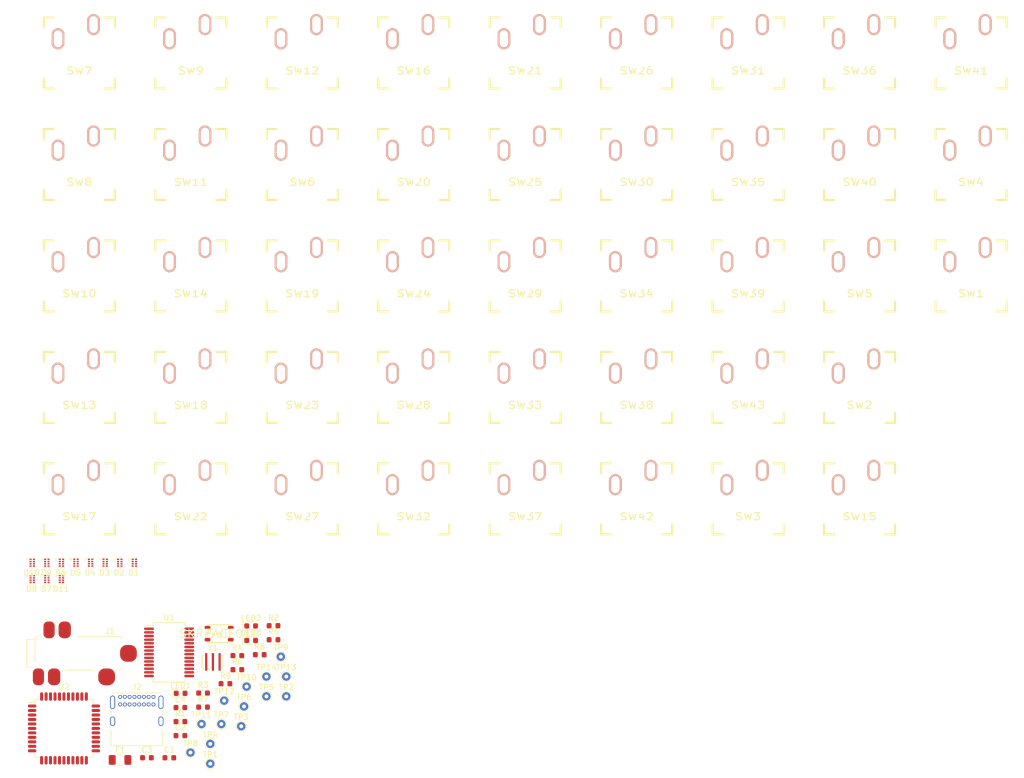
<source format=kicad_pcb>
(kicad_pcb (version 20171130) (host pcbnew "(5.1.2-1)-1")
  (title_block (title "DME v2 - Dactyl-Manuform-Egured") (rev 201) (company "scum noodle society"))
  (layers (0 F.Cu signal) (31 B.Cu signal) (34 B.Paste user) (35 F.Paste user) (36 B.SilkS user) (37 F.SilkS user) (38 B.Mask user) (39 F.Mask user) (44 Edge.Cuts user))
  (net 0 "")
  (net 1 GND)
  (net 2 +5V)
  (net 3 "Net-(C3-Pad1)")
  (net 4 "Net-(D1-Pad2)")
  (net 5 "Net-(D1-Pad3)")
  (net 6 "Net-(D1-Pad4)")
  (net 7 "Net-(D1-Pad1)")
  (net 8 ROW0)
  (net 9 ROW1)
  (net 10 "Net-(D2-Pad1)")
  (net 11 "Net-(D2-Pad4)")
  (net 12 "Net-(D2-Pad3)")
  (net 13 "Net-(D2-Pad2)")
  (net 14 "Net-(D3-Pad2)")
  (net 15 "Net-(D3-Pad3)")
  (net 16 "Net-(D3-Pad4)")
  (net 17 "Net-(D3-Pad1)")
  (net 18 ROW2)
  (net 19 ROW3)
  (net 20 "Net-(D4-Pad1)")
  (net 21 "Net-(D4-Pad4)")
  (net 22 "Net-(D4-Pad3)")
  (net 23 "Net-(D4-Pad2)")
  (net 24 "Net-(D5-Pad2)")
  (net 25 "Net-(D5-Pad3)")
  (net 26 "Net-(D5-Pad4)")
  (net 27 "Net-(D5-Pad1)")
  (net 28 ROW4)
  (net 29 ROW5)
  (net 30 "Net-(D6-Pad1)")
  (net 31 "Net-(D6-Pad4)")
  (net 32 "Net-(D6-Pad3)")
  (net 33 "Net-(D6-Pad2)")
  (net 34 ROW6)
  (net 35 "Net-(D7-Pad1)")
  (net 36 "Net-(D7-Pad4)")
  (net 37 "Net-(D7-Pad3)")
  (net 38 "Net-(D7-Pad2)")
  (net 39 "Net-(D8-Pad2)")
  (net 40 "Net-(D8-Pad3)")
  (net 41 "Net-(D8-Pad4)")
  (net 42 "Net-(D8-Pad1)")
  (net 43 "Net-(D9-Pad2)")
  (net 44 "Net-(D9-Pad3)")
  (net 45 "Net-(D9-Pad4)")
  (net 46 "Net-(D9-Pad1)")
  (net 47 "Net-(D10-Pad1)")
  (net 48 "Net-(D10-Pad4)")
  (net 49 "Net-(D10-Pad3)")
  (net 50 "Net-(D10-Pad2)")
  (net 51 "Net-(D11-Pad1)")
  (net 52 "Net-(D11-Pad3)")
  (net 53 "Net-(D11-Pad2)")
  (net 54 "Net-(F1-Pad2)")
  (net 55 "Net-(J1-Pad4)")
  (net 56 "Net-(J1-Pad3)")
  (net 57 "Net-(J2-PadA5)")
  (net 58 "Net-(J2-PadA6)")
  (net 59 "Net-(J2-PadA7)")
  (net 60 "Net-(J2-PadA8)")
  (net 61 "Net-(J2-PadB8)")
  (net 62 "Net-(J2-PadB5)")
  (net 63 "Net-(LED1-Pad2)")
  (net 64 LED-TX)
  (net 65 "Net-(LED2-Pad2)")
  (net 66 "Net-(LED3-Pad2)")
  (net 67 LED-RX)
  (net 68 "Net-(R3-Pad2)")
  (net 69 "Net-(R4-Pad2)")
  (net 70 "Net-(SW0-Pad1)")
  (net 71 COL6)
  (net 72 COL5)
  (net 73 COL4)
  (net 74 COL3)
  (net 75 COL2)
  (net 76 COL1)
  (net 77 COL0)
  (net 78 "Net-(TP3-Pad1)")
  (net 79 "Net-(TP6-Pad1)")
  (net 80 "Net-(TP7-Pad1)")
  (net 81 "Net-(TP8-Pad1)")
  (net 82 "Net-(TP9-Pad1)")
  (net 83 "Net-(TP12-Pad1)")
  (net 84 "Net-(TP13-Pad1)")
  (net 85 "Net-(TP14-Pad1)")
  (net 86 "Net-(U1-Pad20)")
  (net 87 "Net-(U1-Pad19)")
  (net 88 "Net-(U1-Pad14)")
  (net 89 "Net-(U1-Pad11)")
  (net 90 "Net-(U2-Pad42)")
  (net 91 "Net-(U2-Pad17)")
  (net 92 "Net-(U2-Pad16)")
  (net 93 "Net-(U2-Pad12)")
  (net 94 "Net-(U2-Pad1)")
  (module Capacitor_SMD:C_0603_1608Metric (layer F.Cu) (at 99.235001 130.475001)
    (fp_text reference C1 (at 0 -1.43) (layer F.SilkS))
    (fp_text value 1u)
    (pad 2 smd roundrect (at 0.7875 0) (size 0.875 0.95) (layers F.Cu F.Paste F.Mask) (net 1 GND))
    (pad 1 smd roundrect (at -0.7875 0) (size 0.875 0.95) (layers F.Cu F.Paste F.Mask) (net 2 +5V))
  )
  (module Capacitor_SMD:C_0603_1608Metric (layer F.Cu) (at 101.215001 126.515001)
    (fp_text reference C2 (at 0 -1.43) (layer F.SilkS))
    (fp_text value 0.1u)
    (pad 2 smd roundrect (at 0.7875 0) (size 0.875 0.95) (layers F.Cu F.Paste F.Mask) (net 1 GND))
    (pad 1 smd roundrect (at -0.7875 0) (size 0.875 0.95) (layers F.Cu F.Paste F.Mask) (net 2 +5V))
  )
  (module Capacitor_SMD:C_0603_1608Metric (layer F.Cu) (at 95.225001 130.475001)
    (fp_text reference C3 (at 0 -1.43) (layer F.SilkS))
    (fp_text value 1u)
    (pad 1 smd roundrect (at -0.7875 0) (size 0.875 0.95) (layers F.Cu F.Paste F.Mask) (net 3 "Net-(C3-Pad1)"))
    (pad 2 smd roundrect (at 0.7875 0) (size 0.875 0.95) (layers F.Cu F.Paste F.Mask) (net 1 GND))
  )
  (module Capacitor_SMD:C_0603_1608Metric (layer F.Cu) (at 101.215001 121.495001)
    (fp_text reference C4 (at 0 -1.43) (layer F.SilkS))
    (fp_text value 0.1u)
    (pad 1 smd roundrect (at -0.7875 0) (size 0.875 0.95) (layers F.Cu F.Paste F.Mask) (net 2 +5V))
    (pad 2 smd roundrect (at 0.7875 0) (size 0.875 0.95) (layers F.Cu F.Paste F.Mask) (net 1 GND))
  )
  (module mylib-footprints:RB521ZS8A30_round (layer F.Cu) (at 92.680001 94.980001)
    (fp_text reference D1 (at 0.2 2.4) (layer F.SilkS))
    (fp_text value D_ALT_multi_x4)
    (pad 2 smd roundrect (at 0 0.4) (size 0.4 0.25) (layers F.Cu F.Paste F.Mask) (roundrect_rratio 0.4) (net 4 "Net-(D1-Pad2)"))
    (pad 3 smd roundrect (at 0 0.8) (size 0.4 0.25) (layers F.Cu F.Paste F.Mask) (roundrect_rratio 0.4) (net 5 "Net-(D1-Pad3)"))
    (pad 4 smd roundrect (at 0 1.2) (size 0.4 0.25) (layers F.Cu F.Paste F.Mask) (roundrect_rratio 0.4) (net 6 "Net-(D1-Pad4)"))
    (pad 1 smd roundrect (at 0 0) (size 0.4 0.25) (layers F.Cu F.Paste F.Mask) (roundrect_rratio 0.4) (net 7 "Net-(D1-Pad1)"))
    (pad 5 smd roundrect (at 0.6 0) (size 0.4 0.25) (layers F.Cu F.Paste F.Mask) (roundrect_rratio 0.4) (net 8 ROW0))
    (pad 6 smd roundrect (at 0.6 0.4) (size 0.4 0.25) (layers F.Cu F.Paste F.Mask) (roundrect_rratio 0.4) (net 8 ROW0))
    (pad 7 smd roundrect (at 0.6 0.8) (size 0.4 0.25) (layers F.Cu F.Paste F.Mask) (roundrect_rratio 0.4) (net 8 ROW0))
    (pad 8 smd roundrect (at 0.6 1.2) (size 0.4 0.25) (layers F.Cu F.Paste F.Mask) (roundrect_rratio 0.4) (net 8 ROW0))
  )
  (module mylib-footprints:RB521ZS8A30_round (layer F.Cu) (at 90.070001 94.980001)
    (fp_text reference D2 (at 0.2 2.4) (layer F.SilkS))
    (fp_text value D_ALT_multi_x4)
    (pad 8 smd roundrect (at 0.6 1.2) (size 0.4 0.25) (layers F.Cu F.Paste F.Mask) (roundrect_rratio 0.4) (net 9 ROW1))
    (pad 7 smd roundrect (at 0.6 0.8) (size 0.4 0.25) (layers F.Cu F.Paste F.Mask) (roundrect_rratio 0.4) (net 9 ROW1))
    (pad 6 smd roundrect (at 0.6 0.4) (size 0.4 0.25) (layers F.Cu F.Paste F.Mask) (roundrect_rratio 0.4) (net 9 ROW1))
    (pad 5 smd roundrect (at 0.6 0) (size 0.4 0.25) (layers F.Cu F.Paste F.Mask) (roundrect_rratio 0.4) (net 9 ROW1))
    (pad 1 smd roundrect (at 0 0) (size 0.4 0.25) (layers F.Cu F.Paste F.Mask) (roundrect_rratio 0.4) (net 10 "Net-(D2-Pad1)"))
    (pad 4 smd roundrect (at 0 1.2) (size 0.4 0.25) (layers F.Cu F.Paste F.Mask) (roundrect_rratio 0.4) (net 11 "Net-(D2-Pad4)"))
    (pad 3 smd roundrect (at 0 0.8) (size 0.4 0.25) (layers F.Cu F.Paste F.Mask) (roundrect_rratio 0.4) (net 12 "Net-(D2-Pad3)"))
    (pad 2 smd roundrect (at 0 0.4) (size 0.4 0.25) (layers F.Cu F.Paste F.Mask) (roundrect_rratio 0.4) (net 13 "Net-(D2-Pad2)"))
  )
  (module mylib-footprints:RB521ZS8A30_round (layer F.Cu) (at 87.460001 94.980001)
    (fp_text reference D3 (at 0.2 2.4) (layer F.SilkS))
    (fp_text value D_ALT_multi_x4)
    (pad 2 smd roundrect (at 0 0.4) (size 0.4 0.25) (layers F.Cu F.Paste F.Mask) (roundrect_rratio 0.4) (net 14 "Net-(D3-Pad2)"))
    (pad 3 smd roundrect (at 0 0.8) (size 0.4 0.25) (layers F.Cu F.Paste F.Mask) (roundrect_rratio 0.4) (net 15 "Net-(D3-Pad3)"))
    (pad 4 smd roundrect (at 0 1.2) (size 0.4 0.25) (layers F.Cu F.Paste F.Mask) (roundrect_rratio 0.4) (net 16 "Net-(D3-Pad4)"))
    (pad 1 smd roundrect (at 0 0) (size 0.4 0.25) (layers F.Cu F.Paste F.Mask) (roundrect_rratio 0.4) (net 17 "Net-(D3-Pad1)"))
    (pad 5 smd roundrect (at 0.6 0) (size 0.4 0.25) (layers F.Cu F.Paste F.Mask) (roundrect_rratio 0.4) (net 18 ROW2))
    (pad 6 smd roundrect (at 0.6 0.4) (size 0.4 0.25) (layers F.Cu F.Paste F.Mask) (roundrect_rratio 0.4) (net 18 ROW2))
    (pad 7 smd roundrect (at 0.6 0.8) (size 0.4 0.25) (layers F.Cu F.Paste F.Mask) (roundrect_rratio 0.4) (net 18 ROW2))
    (pad 8 smd roundrect (at 0.6 1.2) (size 0.4 0.25) (layers F.Cu F.Paste F.Mask) (roundrect_rratio 0.4) (net 18 ROW2))
  )
  (module mylib-footprints:RB521ZS8A30_round (layer F.Cu) (at 84.850001 94.980001)
    (fp_text reference D4 (at 0.2 2.4) (layer F.SilkS))
    (fp_text value D_ALT_multi_x4)
    (pad 8 smd roundrect (at 0.6 1.2) (size 0.4 0.25) (layers F.Cu F.Paste F.Mask) (roundrect_rratio 0.4) (net 19 ROW3))
    (pad 7 smd roundrect (at 0.6 0.8) (size 0.4 0.25) (layers F.Cu F.Paste F.Mask) (roundrect_rratio 0.4) (net 19 ROW3))
    (pad 6 smd roundrect (at 0.6 0.4) (size 0.4 0.25) (layers F.Cu F.Paste F.Mask) (roundrect_rratio 0.4) (net 19 ROW3))
    (pad 5 smd roundrect (at 0.6 0) (size 0.4 0.25) (layers F.Cu F.Paste F.Mask) (roundrect_rratio 0.4) (net 19 ROW3))
    (pad 1 smd roundrect (at 0 0) (size 0.4 0.25) (layers F.Cu F.Paste F.Mask) (roundrect_rratio 0.4) (net 20 "Net-(D4-Pad1)"))
    (pad 4 smd roundrect (at 0 1.2) (size 0.4 0.25) (layers F.Cu F.Paste F.Mask) (roundrect_rratio 0.4) (net 21 "Net-(D4-Pad4)"))
    (pad 3 smd roundrect (at 0 0.8) (size 0.4 0.25) (layers F.Cu F.Paste F.Mask) (roundrect_rratio 0.4) (net 22 "Net-(D4-Pad3)"))
    (pad 2 smd roundrect (at 0 0.4) (size 0.4 0.25) (layers F.Cu F.Paste F.Mask) (roundrect_rratio 0.4) (net 23 "Net-(D4-Pad2)"))
  )
  (module mylib-footprints:RB521ZS8A30_round (layer F.Cu) (at 82.240001 94.980001)
    (fp_text reference D5 (at 0.2 2.4) (layer F.SilkS))
    (fp_text value D_ALT_multi_x4)
    (pad 2 smd roundrect (at 0 0.4) (size 0.4 0.25) (layers F.Cu F.Paste F.Mask) (roundrect_rratio 0.4) (net 24 "Net-(D5-Pad2)"))
    (pad 3 smd roundrect (at 0 0.8) (size 0.4 0.25) (layers F.Cu F.Paste F.Mask) (roundrect_rratio 0.4) (net 25 "Net-(D5-Pad3)"))
    (pad 4 smd roundrect (at 0 1.2) (size 0.4 0.25) (layers F.Cu F.Paste F.Mask) (roundrect_rratio 0.4) (net 26 "Net-(D5-Pad4)"))
    (pad 1 smd roundrect (at 0 0) (size 0.4 0.25) (layers F.Cu F.Paste F.Mask) (roundrect_rratio 0.4) (net 27 "Net-(D5-Pad1)"))
    (pad 5 smd roundrect (at 0.6 0) (size 0.4 0.25) (layers F.Cu F.Paste F.Mask) (roundrect_rratio 0.4) (net 28 ROW4))
    (pad 6 smd roundrect (at 0.6 0.4) (size 0.4 0.25) (layers F.Cu F.Paste F.Mask) (roundrect_rratio 0.4) (net 28 ROW4))
    (pad 7 smd roundrect (at 0.6 0.8) (size 0.4 0.25) (layers F.Cu F.Paste F.Mask) (roundrect_rratio 0.4) (net 28 ROW4))
    (pad 8 smd roundrect (at 0.6 1.2) (size 0.4 0.25) (layers F.Cu F.Paste F.Mask) (roundrect_rratio 0.4) (net 28 ROW4))
  )
  (module mylib-footprints:RB521ZS8A30_round (layer F.Cu) (at 79.630001 94.980001)
    (fp_text reference D6 (at 0.2 2.4) (layer F.SilkS))
    (fp_text value D_ALT_multi_x4)
    (pad 8 smd roundrect (at 0.6 1.2) (size 0.4 0.25) (layers F.Cu F.Paste F.Mask) (roundrect_rratio 0.4) (net 29 ROW5))
    (pad 7 smd roundrect (at 0.6 0.8) (size 0.4 0.25) (layers F.Cu F.Paste F.Mask) (roundrect_rratio 0.4) (net 29 ROW5))
    (pad 6 smd roundrect (at 0.6 0.4) (size 0.4 0.25) (layers F.Cu F.Paste F.Mask) (roundrect_rratio 0.4) (net 29 ROW5))
    (pad 5 smd roundrect (at 0.6 0) (size 0.4 0.25) (layers F.Cu F.Paste F.Mask) (roundrect_rratio 0.4) (net 29 ROW5))
    (pad 1 smd roundrect (at 0 0) (size 0.4 0.25) (layers F.Cu F.Paste F.Mask) (roundrect_rratio 0.4) (net 30 "Net-(D6-Pad1)"))
    (pad 4 smd roundrect (at 0 1.2) (size 0.4 0.25) (layers F.Cu F.Paste F.Mask) (roundrect_rratio 0.4) (net 31 "Net-(D6-Pad4)"))
    (pad 3 smd roundrect (at 0 0.8) (size 0.4 0.25) (layers F.Cu F.Paste F.Mask) (roundrect_rratio 0.4) (net 32 "Net-(D6-Pad3)"))
    (pad 2 smd roundrect (at 0 0.4) (size 0.4 0.25) (layers F.Cu F.Paste F.Mask) (roundrect_rratio 0.4) (net 33 "Net-(D6-Pad2)"))
  )
  (module mylib-footprints:RB521ZS8A30_round (layer F.Cu) (at 77.020001 97.900001)
    (fp_text reference D7 (at 0.2 2.4) (layer F.SilkS))
    (fp_text value D_ALT_multi_x4)
    (pad 8 smd roundrect (at 0.6 1.2) (size 0.4 0.25) (layers F.Cu F.Paste F.Mask) (roundrect_rratio 0.4) (net 34 ROW6))
    (pad 7 smd roundrect (at 0.6 0.8) (size 0.4 0.25) (layers F.Cu F.Paste F.Mask) (roundrect_rratio 0.4) (net 34 ROW6))
    (pad 6 smd roundrect (at 0.6 0.4) (size 0.4 0.25) (layers F.Cu F.Paste F.Mask) (roundrect_rratio 0.4) (net 34 ROW6))
    (pad 5 smd roundrect (at 0.6 0) (size 0.4 0.25) (layers F.Cu F.Paste F.Mask) (roundrect_rratio 0.4) (net 34 ROW6))
    (pad 1 smd roundrect (at 0 0) (size 0.4 0.25) (layers F.Cu F.Paste F.Mask) (roundrect_rratio 0.4) (net 35 "Net-(D7-Pad1)"))
    (pad 4 smd roundrect (at 0 1.2) (size 0.4 0.25) (layers F.Cu F.Paste F.Mask) (roundrect_rratio 0.4) (net 36 "Net-(D7-Pad4)"))
    (pad 3 smd roundrect (at 0 0.8) (size 0.4 0.25) (layers F.Cu F.Paste F.Mask) (roundrect_rratio 0.4) (net 37 "Net-(D7-Pad3)"))
    (pad 2 smd roundrect (at 0 0.4) (size 0.4 0.25) (layers F.Cu F.Paste F.Mask) (roundrect_rratio 0.4) (net 38 "Net-(D7-Pad2)"))
  )
  (module mylib-footprints:RB521ZS8A30_round (layer F.Cu) (at 74.410001 97.900001)
    (fp_text reference D8 (at 0.2 2.4) (layer F.SilkS))
    (fp_text value D_ALT_multi_x4)
    (pad 2 smd roundrect (at 0 0.4) (size 0.4 0.25) (layers F.Cu F.Paste F.Mask) (roundrect_rratio 0.4) (net 39 "Net-(D8-Pad2)"))
    (pad 3 smd roundrect (at 0 0.8) (size 0.4 0.25) (layers F.Cu F.Paste F.Mask) (roundrect_rratio 0.4) (net 40 "Net-(D8-Pad3)"))
    (pad 4 smd roundrect (at 0 1.2) (size 0.4 0.25) (layers F.Cu F.Paste F.Mask) (roundrect_rratio 0.4) (net 41 "Net-(D8-Pad4)"))
    (pad 1 smd roundrect (at 0 0) (size 0.4 0.25) (layers F.Cu F.Paste F.Mask) (roundrect_rratio 0.4) (net 42 "Net-(D8-Pad1)"))
    (pad 5 smd roundrect (at 0.6 0) (size 0.4 0.25) (layers F.Cu F.Paste F.Mask) (roundrect_rratio 0.4) (net 18 ROW2))
    (pad 6 smd roundrect (at 0.6 0.4) (size 0.4 0.25) (layers F.Cu F.Paste F.Mask) (roundrect_rratio 0.4) (net 19 ROW3))
    (pad 7 smd roundrect (at 0.6 0.8) (size 0.4 0.25) (layers F.Cu F.Paste F.Mask) (roundrect_rratio 0.4) (net 28 ROW4))
    (pad 8 smd roundrect (at 0.6 1.2) (size 0.4 0.25) (layers F.Cu F.Paste F.Mask) (roundrect_rratio 0.4) (net 29 ROW5))
  )
  (module mylib-footprints:RB521ZS8A30_round (layer F.Cu) (at 77.020001 94.980001)
    (fp_text reference D9 (at 0.2 2.4) (layer F.SilkS))
    (fp_text value D_ALT_multi_x4)
    (pad 2 smd roundrect (at 0 0.4) (size 0.4 0.25) (layers F.Cu F.Paste F.Mask) (roundrect_rratio 0.4) (net 43 "Net-(D9-Pad2)"))
    (pad 3 smd roundrect (at 0 0.8) (size 0.4 0.25) (layers F.Cu F.Paste F.Mask) (roundrect_rratio 0.4) (net 44 "Net-(D9-Pad3)"))
    (pad 4 smd roundrect (at 0 1.2) (size 0.4 0.25) (layers F.Cu F.Paste F.Mask) (roundrect_rratio 0.4) (net 45 "Net-(D9-Pad4)"))
    (pad 1 smd roundrect (at 0 0) (size 0.4 0.25) (layers F.Cu F.Paste F.Mask) (roundrect_rratio 0.4) (net 46 "Net-(D9-Pad1)"))
    (pad 5 smd roundrect (at 0.6 0) (size 0.4 0.25) (layers F.Cu F.Paste F.Mask) (roundrect_rratio 0.4) (net 18 ROW2))
    (pad 6 smd roundrect (at 0.6 0.4) (size 0.4 0.25) (layers F.Cu F.Paste F.Mask) (roundrect_rratio 0.4) (net 19 ROW3))
    (pad 7 smd roundrect (at 0.6 0.8) (size 0.4 0.25) (layers F.Cu F.Paste F.Mask) (roundrect_rratio 0.4) (net 28 ROW4))
    (pad 8 smd roundrect (at 0.6 1.2) (size 0.4 0.25) (layers F.Cu F.Paste F.Mask) (roundrect_rratio 0.4) (net 29 ROW5))
  )
  (module mylib-footprints:RB521ZS8A30_round (layer F.Cu) (at 74.410001 94.980001)
    (fp_text reference D10 (at 0.2 2.4) (layer F.SilkS))
    (fp_text value D_ALT_multi_x4)
    (pad 8 smd roundrect (at 0.6 1.2) (size 0.4 0.25) (layers F.Cu F.Paste F.Mask) (roundrect_rratio 0.4) (net 29 ROW5))
    (pad 7 smd roundrect (at 0.6 0.8) (size 0.4 0.25) (layers F.Cu F.Paste F.Mask) (roundrect_rratio 0.4) (net 28 ROW4))
    (pad 6 smd roundrect (at 0.6 0.4) (size 0.4 0.25) (layers F.Cu F.Paste F.Mask) (roundrect_rratio 0.4) (net 19 ROW3))
    (pad 5 smd roundrect (at 0.6 0) (size 0.4 0.25) (layers F.Cu F.Paste F.Mask) (roundrect_rratio 0.4) (net 18 ROW2))
    (pad 1 smd roundrect (at 0 0) (size 0.4 0.25) (layers F.Cu F.Paste F.Mask) (roundrect_rratio 0.4) (net 47 "Net-(D10-Pad1)"))
    (pad 4 smd roundrect (at 0 1.2) (size 0.4 0.25) (layers F.Cu F.Paste F.Mask) (roundrect_rratio 0.4) (net 48 "Net-(D10-Pad4)"))
    (pad 3 smd roundrect (at 0 0.8) (size 0.4 0.25) (layers F.Cu F.Paste F.Mask) (roundrect_rratio 0.4) (net 49 "Net-(D10-Pad3)"))
    (pad 2 smd roundrect (at 0 0.4) (size 0.4 0.25) (layers F.Cu F.Paste F.Mask) (roundrect_rratio 0.4) (net 50 "Net-(D10-Pad2)"))
  )
  (module mylib-footprints:RB521ZS8A30_round (layer F.Cu) (at 79.630001 97.900001)
    (fp_text reference D11 (at 0.2 2.4) (layer F.SilkS))
    (fp_text value D_ALT_multi_x4)
    (pad 8 smd roundrect (at 0.6 1.2) (size 0.4 0.25) (layers F.Cu F.Paste F.Mask) (roundrect_rratio 0.4) (net 34 ROW6))
    (pad 7 smd roundrect (at 0.6 0.8) (size 0.4 0.25) (layers F.Cu F.Paste F.Mask) (roundrect_rratio 0.4) (net 34 ROW6))
    (pad 6 smd roundrect (at 0.6 0.4) (size 0.4 0.25) (layers F.Cu F.Paste F.Mask) (roundrect_rratio 0.4) (net 34 ROW6))
    (pad 5 smd roundrect (at 0.6 0) (size 0.4 0.25) (layers F.Cu F.Paste F.Mask) (roundrect_rratio 0.4))
    (pad 1 smd roundrect (at 0 0) (size 0.4 0.25) (layers F.Cu F.Paste F.Mask) (roundrect_rratio 0.4) (net 51 "Net-(D11-Pad1)"))
    (pad 4 smd roundrect (at 0 1.2) (size 0.4 0.25) (layers F.Cu F.Paste F.Mask) (roundrect_rratio 0.4))
    (pad 3 smd roundrect (at 0 0.8) (size 0.4 0.25) (layers F.Cu F.Paste F.Mask) (roundrect_rratio 0.4) (net 52 "Net-(D11-Pad3)"))
    (pad 2 smd roundrect (at 0 0.4) (size 0.4 0.25) (layers F.Cu F.Paste F.Mask) (roundrect_rratio 0.4) (net 53 "Net-(D11-Pad2)"))
  )
  (module Fuse:Fuse_1206_3216Metric (layer F.Cu) (at 90.415001 130.865001)
    (fp_text reference F1 (at 0 -1.82) (layer F.SilkS))
    (fp_text value 500mA)
    (pad 1 smd roundrect (at -1.4 0) (size 1.25 1.75) (layers F.Cu F.Paste F.Mask) (roundrect_rratio 0.2) (net 2 +5V))
    (pad 2 smd roundrect (at 1.4 0) (size 1.25 1.75) (layers F.Cu F.Paste F.Mask) (roundrect_rratio 0.2) (net 54 "Net-(F1-Pad2)"))
  )
  (module mylib-footprints:SJ-43514-SMT (layer F.Cu) (at 75.220001 111.8)
    (fp_text reference J1 (at 13.4 -4) (layer F.SilkS))
    (fp_text value TRRS)
    (pad "" np_thru_hole circle (at 4.5 0) (size 1.7 1.7) (drill 1.7) (layers *.Cu *.Mask))
    (pad "" np_thru_hole circle (at 11.5 0) (size 1.7 1.7) (drill 1.7) (layers *.Cu *.Mask))
    (pad 5 smd roundrect (at 16.7 0) (size 3 3) (layers F.Cu F.Paste F.Mask) (roundrect_rratio 0.4) (net 1 GND))
    (pad 2 smd roundrect (at 12.8 4.2) (size 3 3) (layers F.Cu F.Paste F.Mask) (roundrect_rratio 0.4) (net 2 +5V))
    (pad 4 smd roundrect (at 3.4 4.2) (size 2.2 3) (layers F.Cu F.Paste F.Mask) (roundrect_rratio 0.4) (net 55 "Net-(J1-Pad4)"))
    (pad 3 smd roundrect (at 5.3 -4.2) (size 2.2 3) (layers F.Cu F.Paste F.Mask) (roundrect_rratio 0.4) (net 56 "Net-(J1-Pad3)"))
    (pad 1 smd roundrect (at 0.6 4.2) (size 2 3) (layers F.Cu F.Paste F.Mask) (roundrect_rratio 0.4) (net 1 GND))
    (pad 6 smd roundrect (at 2.5 -4.2) (size 2 3) (layers F.Cu F.Paste F.Mask) (roundrect_rratio 0.4) (net 1 GND))
  )
  (module Connector_USB:USB_C_Receptacle_GCT_USB4085 (layer F.Cu) (at 90.435001 119.585001)
    (fp_text reference J2 (at 2.975 -1.8) (layer F.SilkS))
    (fp_text value USB_C_Receptacle)
    (pad A1 thru_hole circle (at 0 0) (size 0.7 0.7) (drill 0.4) (layers *.Cu *.Mask) (net 1 GND))
    (pad A4 thru_hole circle (at 0.85 0) (size 0.7 0.7) (drill 0.4) (layers *.Cu *.Mask) (net 54 "Net-(F1-Pad2)"))
    (pad A5 thru_hole circle (at 1.7 0) (size 0.7 0.7) (drill 0.4) (layers *.Cu *.Mask) (net 57 "Net-(J2-PadA5)"))
    (pad A6 thru_hole circle (at 2.55 0) (size 0.7 0.7) (drill 0.4) (layers *.Cu *.Mask) (net 58 "Net-(J2-PadA6)"))
    (pad A7 thru_hole circle (at 3.4 0) (size 0.7 0.7) (drill 0.4) (layers *.Cu *.Mask) (net 59 "Net-(J2-PadA7)"))
    (pad A8 thru_hole circle (at 4.25 0) (size 0.7 0.7) (drill 0.4) (layers *.Cu *.Mask) (net 60 "Net-(J2-PadA8)"))
    (pad A9 thru_hole circle (at 5.1 0) (size 0.7 0.7) (drill 0.4) (layers *.Cu *.Mask) (net 54 "Net-(F1-Pad2)"))
    (pad A12 thru_hole circle (at 5.95 0) (size 0.7 0.7) (drill 0.4) (layers *.Cu *.Mask) (net 1 GND))
    (pad B9 thru_hole circle (at 0.85 1.35) (size 0.7 0.7) (drill 0.4) (layers *.Cu *.Mask) (net 54 "Net-(F1-Pad2)"))
    (pad B7 thru_hole circle (at 2.55 1.35) (size 0.7 0.7) (drill 0.4) (layers *.Cu *.Mask) (net 59 "Net-(J2-PadA7)"))
    (pad B8 thru_hole circle (at 1.7 1.35) (size 0.7 0.7) (drill 0.4) (layers *.Cu *.Mask) (net 61 "Net-(J2-PadB8)"))
    (pad B12 thru_hole circle (at 0 1.35) (size 0.7 0.7) (drill 0.4) (layers *.Cu *.Mask) (net 1 GND))
    (pad B5 thru_hole circle (at 4.25 1.35) (size 0.7 0.7) (drill 0.4) (layers *.Cu *.Mask) (net 62 "Net-(J2-PadB5)"))
    (pad B4 thru_hole circle (at 5.1 1.35) (size 0.7 0.7) (drill 0.4) (layers *.Cu *.Mask) (net 54 "Net-(F1-Pad2)"))
    (pad B1 thru_hole circle (at 5.95 1.35) (size 0.7 0.7) (drill 0.4) (layers *.Cu *.Mask) (net 1 GND))
    (pad B6 thru_hole circle (at 3.4 1.35) (size 0.7 0.7) (drill 0.4) (layers *.Cu *.Mask) (net 58 "Net-(J2-PadA6)"))
    (pad S1 thru_hole oval (at -1.35 0.98) (size 0.9 2.4) (drill oval 0.6 2.1) (layers *.Cu *.Mask) (net 1 GND))
    (pad S2 thru_hole oval (at 7.3 0.98) (size 0.9 2.4) (drill oval 0.6 2.1) (layers *.Cu *.Mask) (net 1 GND))
    (pad S3 thru_hole oval (at -1.35 4.36) (size 0.9 1.7) (drill oval 0.6 1.4) (layers *.Cu *.Mask) (net 1 GND))
    (pad S4 thru_hole oval (at 7.3 4.36) (size 0.9 1.7) (drill oval 0.6 1.4) (layers *.Cu *.Mask) (net 1 GND))
  )
  (module LED_SMD:LED_0603_1608Metric (layer F.Cu) (at 101.255001 118.945001)
    (fp_text reference LED1 (at 0 -1.43) (layer F.SilkS))
    (fp_text value Red)
    (pad 1 smd roundrect (at -0.7875 0) (size 0.875 0.95) (layers F.Cu F.Paste F.Mask) (net 1 GND))
    (pad 2 smd roundrect (at 0.7875 0) (size 0.875 0.95) (layers F.Cu F.Paste F.Mask) (net 63 "Net-(LED1-Pad2)"))
  )
  (module LED_SMD:LED_0603_1608Metric (layer F.Cu) (at 113.865001 106.895001)
    (fp_text reference LED2 (at 0 -1.43) (layer F.SilkS))
    (fp_text value Green)
    (pad 1 smd roundrect (at -0.7875 0) (size 0.875 0.95) (layers F.Cu F.Paste F.Mask) (net 64 LED-TX))
    (pad 2 smd roundrect (at 0.7875 0) (size 0.875 0.95) (layers F.Cu F.Paste F.Mask) (net 65 "Net-(LED2-Pad2)"))
  )
  (module LED_SMD:LED_0603_1608Metric (layer F.Cu) (at 113.865001 109.485001)
    (fp_text reference LED3 (at 0 -1.43) (layer F.SilkS))
    (fp_text value Yellow)
    (pad 2 smd roundrect (at 0.7875 0) (size 0.875 0.95) (layers F.Cu F.Paste F.Mask) (net 66 "Net-(LED3-Pad2)"))
    (pad 1 smd roundrect (at -0.7875 0) (size 0.875 0.95) (layers F.Cu F.Paste F.Mask) (net 67 LED-RX))
  )
  (module Resistor_SMD:R_0603_1608Metric (layer F.Cu) (at 101.215001 124.005001)
    (fp_text reference R1 (at 0 -1.43) (layer F.SilkS))
    (fp_text value 22)
    (pad 2 smd roundrect (at 0.7875 0) (size 0.875 0.95) (layers F.Cu F.Paste F.Mask) (net 55 "Net-(J1-Pad4)"))
    (pad 1 smd roundrect (at -0.7875 0) (size 0.875 0.95) (layers F.Cu F.Paste F.Mask) (net 2 +5V))
  )
  (module Resistor_SMD:R_0603_1608Metric (layer F.Cu) (at 117.875001 106.855001)
    (fp_text reference R2 (at 0 -1.43) (layer F.SilkS))
    (fp_text value 22)
    (pad 1 smd roundrect (at -0.7875 0) (size 0.875 0.95) (layers F.Cu F.Paste F.Mask) (net 2 +5V))
    (pad 2 smd roundrect (at 0.7875 0) (size 0.875 0.95) (layers F.Cu F.Paste F.Mask) (net 56 "Net-(J1-Pad3)"))
  )
  (module Resistor_SMD:R_0603_1608Metric (layer F.Cu) (at 105.265001 118.905001)
    (fp_text reference R3 (at 0 -1.43) (layer F.SilkS))
    (fp_text value 22)
    (pad 1 smd roundrect (at -0.7875 0) (size 0.875 0.95) (layers F.Cu F.Paste F.Mask) (net 58 "Net-(J2-PadA6)"))
    (pad 2 smd roundrect (at 0.7875 0) (size 0.875 0.95) (layers F.Cu F.Paste F.Mask) (net 68 "Net-(R3-Pad2)"))
  )
  (module Resistor_SMD:R_0603_1608Metric (layer F.Cu) (at 111.395001 112.205001)
    (fp_text reference R4 (at 0 -1.43) (layer F.SilkS))
    (fp_text value 22)
    (pad 2 smd roundrect (at 0.7875 0) (size 0.875 0.95) (layers F.Cu F.Paste F.Mask) (net 69 "Net-(R4-Pad2)"))
    (pad 1 smd roundrect (at -0.7875 0) (size 0.875 0.95) (layers F.Cu F.Paste F.Mask) (net 59 "Net-(J2-PadA7)"))
  )
  (module Resistor_SMD:R_0603_1608Metric (layer F.Cu) (at 117.875001 109.365001)
    (fp_text reference R5 (at 0 -1.43) (layer F.SilkS))
    (fp_text value 5.1k)
    (pad 1 smd roundrect (at -0.7875 0) (size 0.875 0.95) (layers F.Cu F.Paste F.Mask) (net 57 "Net-(J2-PadA5)"))
    (pad 2 smd roundrect (at 0.7875 0) (size 0.875 0.95) (layers F.Cu F.Paste F.Mask) (net 1 GND))
  )
  (module Resistor_SMD:R_0603_1608Metric (layer F.Cu) (at 111.395001 114.715001)
    (fp_text reference R6 (at 0 -1.43) (layer F.SilkS))
    (fp_text value 5.1k)
    (pad 2 smd roundrect (at 0.7875 0) (size 0.875 0.95) (layers F.Cu F.Paste F.Mask) (net 1 GND))
    (pad 1 smd roundrect (at -0.7875 0) (size 0.875 0.95) (layers F.Cu F.Paste F.Mask) (net 62 "Net-(J2-PadB5)"))
  )
  (module Resistor_SMD:R_0603_1608Metric (layer F.Cu) (at 105.265001 121.415001)
    (fp_text reference R7 (at 0 -1.43) (layer F.SilkS))
    (fp_text value 470)
    (pad 2 smd roundrect (at 0.7875 0) (size 0.875 0.95) (layers F.Cu F.Paste F.Mask) (net 2 +5V))
    (pad 1 smd roundrect (at -0.7875 0) (size 0.875 0.95) (layers F.Cu F.Paste F.Mask) (net 63 "Net-(LED1-Pad2)"))
  )
  (module Resistor_SMD:R_0603_1608Metric (layer F.Cu) (at 115.405001 112.035001)
    (fp_text reference R8 (at 0 -1.43) (layer F.SilkS))
    (fp_text value 470)
    (pad 1 smd roundrect (at -0.7875 0) (size 0.875 0.95) (layers F.Cu F.Paste F.Mask) (net 65 "Net-(LED2-Pad2)"))
    (pad 2 smd roundrect (at 0.7875 0) (size 0.875 0.95) (layers F.Cu F.Paste F.Mask) (net 2 +5V))
  )
  (module Resistor_SMD:R_0603_1608Metric (layer F.Cu) (at 109.275001 117.225001)
    (fp_text reference R9 (at 0 -1.43) (layer F.SilkS))
    (fp_text value 470)
    (pad 1 smd roundrect (at -0.7875 0) (size 0.875 0.95) (layers F.Cu F.Paste F.Mask) (net 66 "Net-(LED3-Pad2)"))
    (pad 2 smd roundrect (at 0.7875 0) (size 0.875 0.95) (layers F.Cu F.Paste F.Mask) (net 2 +5V))
  )
  (module mylib-footprints:SKRPACE010_round (layer F.Cu) (at 108.145001 108.275001)
    (fp_text reference SW0 (at 0 0) (layer F.SilkS) (effects (font (size 1.5 1.5))))
    (fp_text value SKRPACE010 (at 0 0) (layer F.SilkS) (effects (font (size 1.5 1.5))))
    (pad 4 smd roundrect (at 2.075 1.075) (size 1.05 0.65) (layers F.Cu F.Paste F.Mask) (roundrect_rratio 0.4) (net 1 GND))
    (pad 3 smd roundrect (at -2.075 1.075) (size 1.05 0.65) (layers F.Cu F.Paste F.Mask) (roundrect_rratio 0.4) (net 1 GND))
    (pad 2 smd roundrect (at 2.075 -1.075) (size 1.05 0.65) (layers F.Cu F.Paste F.Mask) (roundrect_rratio 0.4) (net 70 "Net-(SW0-Pad1)"))
    (pad 1 smd roundrect (at -2.075 -1.075) (size 1.05 0.65) (layers F.Cu F.Paste F.Mask) (roundrect_rratio 0.4) (net 70 "Net-(SW0-Pad1)"))
  )
  (module mylib-footprints:CHERRY_PCB_100H_oval (layer F.Cu) (at 242.654201 44.274201)
    (fp_text reference SW1 (at 0 3.175) (layer F.SilkS) (effects (font (size 1.27 1.524) (thickness 0.2032))))
    (fp_text value SW_Push hide)
    (pad "" np_thru_hole oval (at 0 0) (size 3.9878 5.4864) (drill oval 3.9878 5.4864) (layers *.Cu))
    (pad 2 thru_hole oval (at -3.81 -2.54) (size 2.286 3.7846) (drill oval 1.4986 2.9972) (layers *.Cu *.SilkS *.Mask) (net 52 "Net-(D11-Pad3)"))
    (pad 1 thru_hole oval (at 2.54 -5.08) (size 2.286 3.7846) (drill oval 1.4986 2.9972) (layers *.Cu *.SilkS *.Mask) (net 71 COL6))
  )
  (module mylib-footprints:CHERRY_PCB_100H_oval (layer F.Cu) (at 222.714201 64.214201)
    (fp_text reference SW2 (at 0 3.175) (layer F.SilkS) (effects (font (size 1.27 1.524) (thickness 0.2032))))
    (fp_text value SW_Push hide)
    (pad "" np_thru_hole oval (at 0 0) (size 3.9878 5.4864) (drill oval 3.9878 5.4864) (layers *.Cu))
    (pad 2 thru_hole oval (at -3.81 -2.54) (size 2.286 3.7846) (drill oval 1.4986 2.9972) (layers *.Cu *.SilkS *.Mask) (net 53 "Net-(D11-Pad2)"))
    (pad 1 thru_hole oval (at 2.54 -5.08) (size 2.286 3.7846) (drill oval 1.4986 2.9972) (layers *.Cu *.SilkS *.Mask) (net 72 COL5))
  )
  (module mylib-footprints:CHERRY_PCB_100H_oval (layer F.Cu) (at 202.774201 84.154201)
    (fp_text reference SW3 (at 0 3.175) (layer F.SilkS) (effects (font (size 1.27 1.524) (thickness 0.2032))))
    (fp_text value SW_Push hide)
    (pad 1 thru_hole oval (at 2.54 -5.08) (size 2.286 3.7846) (drill oval 1.4986 2.9972) (layers *.Cu *.SilkS *.Mask) (net 73 COL4))
    (pad 2 thru_hole oval (at -3.81 -2.54) (size 2.286 3.7846) (drill oval 1.4986 2.9972) (layers *.Cu *.SilkS *.Mask) (net 51 "Net-(D11-Pad1)"))
    (pad "" np_thru_hole oval (at 0 0) (size 3.9878 5.4864) (drill oval 3.9878 5.4864) (layers *.Cu))
  )
  (module mylib-footprints:CHERRY_PCB_100H_oval (layer F.Cu) (at 242.654201 24.334201)
    (fp_text reference SW4 (at 0 3.175) (layer F.SilkS) (effects (font (size 1.27 1.524) (thickness 0.2032))))
    (fp_text value SW_Push hide)
    (pad 1 thru_hole oval (at 2.54 -5.08) (size 2.286 3.7846) (drill oval 1.4986 2.9972) (layers *.Cu *.SilkS *.Mask) (net 74 COL3))
    (pad 2 thru_hole oval (at -3.81 -2.54) (size 2.286 3.7846) (drill oval 1.4986 2.9972) (layers *.Cu *.SilkS *.Mask) (net 36 "Net-(D7-Pad4)"))
    (pad "" np_thru_hole oval (at 0 0) (size 3.9878 5.4864) (drill oval 3.9878 5.4864) (layers *.Cu))
  )
  (module mylib-footprints:CHERRY_PCB_100H_oval (layer F.Cu) (at 222.714201 44.274201)
    (fp_text reference SW5 (at 0 3.175) (layer F.SilkS) (effects (font (size 1.27 1.524) (thickness 0.2032))))
    (fp_text value SW_Push hide)
    (pad "" np_thru_hole oval (at 0 0) (size 3.9878 5.4864) (drill oval 3.9878 5.4864) (layers *.Cu))
    (pad 2 thru_hole oval (at -3.81 -2.54) (size 2.286 3.7846) (drill oval 1.4986 2.9972) (layers *.Cu *.SilkS *.Mask) (net 37 "Net-(D7-Pad3)"))
    (pad 1 thru_hole oval (at 2.54 -5.08) (size 2.286 3.7846) (drill oval 1.4986 2.9972) (layers *.Cu *.SilkS *.Mask) (net 75 COL2))
  )
  (module mylib-footprints:CHERRY_PCB_100H_oval (layer F.Cu) (at 123.014201 24.334201)
    (fp_text reference SW6 (at 0 3.175) (layer F.SilkS) (effects (font (size 1.27 1.524) (thickness 0.2032))))
    (fp_text value SW_Push hide)
    (pad 1 thru_hole oval (at 2.54 -5.08) (size 2.286 3.7846) (drill oval 1.4986 2.9972) (layers *.Cu *.SilkS *.Mask) (net 76 COL1))
    (pad 2 thru_hole oval (at -3.81 -2.54) (size 2.286 3.7846) (drill oval 1.4986 2.9972) (layers *.Cu *.SilkS *.Mask) (net 38 "Net-(D7-Pad2)"))
    (pad "" np_thru_hole oval (at 0 0) (size 3.9878 5.4864) (drill oval 3.9878 5.4864) (layers *.Cu))
  )
  (module mylib-footprints:CHERRY_PCB_100H_oval (layer F.Cu) (at 83.134201 4.394201)
    (fp_text reference SW7 (at 0 3.175) (layer F.SilkS) (effects (font (size 1.27 1.524) (thickness 0.2032))))
    (fp_text value SW_Push hide)
    (pad "" np_thru_hole oval (at 0 0) (size 3.9878 5.4864) (drill oval 3.9878 5.4864) (layers *.Cu))
    (pad 2 thru_hole oval (at -3.81 -2.54) (size 2.286 3.7846) (drill oval 1.4986 2.9972) (layers *.Cu *.SilkS *.Mask) (net 35 "Net-(D7-Pad1)"))
    (pad 1 thru_hole oval (at 2.54 -5.08) (size 2.286 3.7846) (drill oval 1.4986 2.9972) (layers *.Cu *.SilkS *.Mask) (net 77 COL0))
  )
  (module mylib-footprints:CHERRY_PCB_100H_oval (layer F.Cu) (at 83.134201 24.334201)
    (fp_text reference SW8 (at 0 3.175) (layer F.SilkS) (effects (font (size 1.27 1.524) (thickness 0.2032))))
    (fp_text value SW_Push hide)
    (pad 1 thru_hole oval (at 2.54 -5.08) (size 2.286 3.7846) (drill oval 1.4986 2.9972) (layers *.Cu *.SilkS *.Mask) (net 71 COL6))
    (pad 2 thru_hole oval (at -3.81 -2.54) (size 2.286 3.7846) (drill oval 1.4986 2.9972) (layers *.Cu *.SilkS *.Mask) (net 47 "Net-(D10-Pad1)"))
    (pad "" np_thru_hole oval (at 0 0) (size 3.9878 5.4864) (drill oval 3.9878 5.4864) (layers *.Cu))
  )
  (module mylib-footprints:CHERRY_PCB_100H_oval (layer F.Cu) (at 103.074201 4.394201)
    (fp_text reference SW9 (at 0 3.175) (layer F.SilkS) (effects (font (size 1.27 1.524) (thickness 0.2032))))
    (fp_text value SW_Push hide)
    (pad 1 thru_hole oval (at 2.54 -5.08) (size 2.286 3.7846) (drill oval 1.4986 2.9972) (layers *.Cu *.SilkS *.Mask) (net 72 COL5))
    (pad 2 thru_hole oval (at -3.81 -2.54) (size 2.286 3.7846) (drill oval 1.4986 2.9972) (layers *.Cu *.SilkS *.Mask) (net 46 "Net-(D9-Pad1)"))
    (pad "" np_thru_hole oval (at 0 0) (size 3.9878 5.4864) (drill oval 3.9878 5.4864) (layers *.Cu))
  )
  (module mylib-footprints:CHERRY_PCB_100H_oval (layer F.Cu) (at 83.134201 44.274201)
    (fp_text reference SW10 (at 0 3.175) (layer F.SilkS) (effects (font (size 1.27 1.524) (thickness 0.2032))))
    (fp_text value SW_Push hide)
    (pad "" np_thru_hole oval (at 0 0) (size 3.9878 5.4864) (drill oval 3.9878 5.4864) (layers *.Cu))
    (pad 2 thru_hole oval (at -3.81 -2.54) (size 2.286 3.7846) (drill oval 1.4986 2.9972) (layers *.Cu *.SilkS *.Mask) (net 42 "Net-(D8-Pad1)"))
    (pad 1 thru_hole oval (at 2.54 -5.08) (size 2.286 3.7846) (drill oval 1.4986 2.9972) (layers *.Cu *.SilkS *.Mask) (net 73 COL4))
  )
  (module mylib-footprints:CHERRY_PCB_100H_oval (layer F.Cu) (at 103.074201 24.334201)
    (fp_text reference SW11 (at 0 3.175) (layer F.SilkS) (effects (font (size 1.27 1.524) (thickness 0.2032))))
    (fp_text value SW_Push hide)
    (pad "" np_thru_hole oval (at 0 0) (size 3.9878 5.4864) (drill oval 3.9878 5.4864) (layers *.Cu))
    (pad 2 thru_hole oval (at -3.81 -2.54) (size 2.286 3.7846) (drill oval 1.4986 2.9972) (layers *.Cu *.SilkS *.Mask) (net 31 "Net-(D6-Pad4)"))
    (pad 1 thru_hole oval (at 2.54 -5.08) (size 2.286 3.7846) (drill oval 1.4986 2.9972) (layers *.Cu *.SilkS *.Mask) (net 74 COL3))
  )
  (module mylib-footprints:CHERRY_PCB_100H_oval (layer F.Cu) (at 123.014201 4.394201)
    (fp_text reference SW12 (at 0 3.175) (layer F.SilkS) (effects (font (size 1.27 1.524) (thickness 0.2032))))
    (fp_text value SW_Push hide)
    (pad 1 thru_hole oval (at 2.54 -5.08) (size 2.286 3.7846) (drill oval 1.4986 2.9972) (layers *.Cu *.SilkS *.Mask) (net 75 COL2))
    (pad 2 thru_hole oval (at -3.81 -2.54) (size 2.286 3.7846) (drill oval 1.4986 2.9972) (layers *.Cu *.SilkS *.Mask) (net 32 "Net-(D6-Pad3)"))
    (pad "" np_thru_hole oval (at 0 0) (size 3.9878 5.4864) (drill oval 3.9878 5.4864) (layers *.Cu))
  )
  (module mylib-footprints:CHERRY_PCB_100H_oval (layer F.Cu) (at 83.134201 64.214201)
    (fp_text reference SW13 (at 0 3.175) (layer F.SilkS) (effects (font (size 1.27 1.524) (thickness 0.2032))))
    (fp_text value SW_Push hide)
    (pad 1 thru_hole oval (at 2.54 -5.08) (size 2.286 3.7846) (drill oval 1.4986 2.9972) (layers *.Cu *.SilkS *.Mask) (net 76 COL1))
    (pad 2 thru_hole oval (at -3.81 -2.54) (size 2.286 3.7846) (drill oval 1.4986 2.9972) (layers *.Cu *.SilkS *.Mask) (net 33 "Net-(D6-Pad2)"))
    (pad "" np_thru_hole oval (at 0 0) (size 3.9878 5.4864) (drill oval 3.9878 5.4864) (layers *.Cu))
  )
  (module mylib-footprints:CHERRY_PCB_100H_oval (layer F.Cu) (at 103.074201 44.274201)
    (fp_text reference SW14 (at 0 3.175) (layer F.SilkS) (effects (font (size 1.27 1.524) (thickness 0.2032))))
    (fp_text value SW_Push hide)
    (pad "" np_thru_hole oval (at 0 0) (size 3.9878 5.4864) (drill oval 3.9878 5.4864) (layers *.Cu))
    (pad 2 thru_hole oval (at -3.81 -2.54) (size 2.286 3.7846) (drill oval 1.4986 2.9972) (layers *.Cu *.SilkS *.Mask) (net 30 "Net-(D6-Pad1)"))
    (pad 1 thru_hole oval (at 2.54 -5.08) (size 2.286 3.7846) (drill oval 1.4986 2.9972) (layers *.Cu *.SilkS *.Mask) (net 77 COL0))
  )
  (module mylib-footprints:CHERRY_PCB_100H_oval (layer F.Cu) (at 222.714201 84.154201)
    (fp_text reference SW15 (at 0 3.175) (layer F.SilkS) (effects (font (size 1.27 1.524) (thickness 0.2032))))
    (fp_text value SW_Push hide)
    (pad "" np_thru_hole oval (at 0 0) (size 3.9878 5.4864) (drill oval 3.9878 5.4864) (layers *.Cu))
    (pad 2 thru_hole oval (at -3.81 -2.54) (size 2.286 3.7846) (drill oval 1.4986 2.9972) (layers *.Cu *.SilkS *.Mask) (net 50 "Net-(D10-Pad2)"))
    (pad 1 thru_hole oval (at 2.54 -5.08) (size 2.286 3.7846) (drill oval 1.4986 2.9972) (layers *.Cu *.SilkS *.Mask) (net 71 COL6))
  )
  (module mylib-footprints:CHERRY_PCB_100H_oval (layer F.Cu) (at 142.954201 4.394201)
    (fp_text reference SW16 (at 0 3.175) (layer F.SilkS) (effects (font (size 1.27 1.524) (thickness 0.2032))))
    (fp_text value SW_Push hide)
    (pad 1 thru_hole oval (at 2.54 -5.08) (size 2.286 3.7846) (drill oval 1.4986 2.9972) (layers *.Cu *.SilkS *.Mask) (net 72 COL5))
    (pad 2 thru_hole oval (at -3.81 -2.54) (size 2.286 3.7846) (drill oval 1.4986 2.9972) (layers *.Cu *.SilkS *.Mask) (net 43 "Net-(D9-Pad2)"))
    (pad "" np_thru_hole oval (at 0 0) (size 3.9878 5.4864) (drill oval 3.9878 5.4864) (layers *.Cu))
  )
  (module mylib-footprints:CHERRY_PCB_100H_oval (layer F.Cu) (at 83.134201 84.154201)
    (fp_text reference SW17 (at 0 3.175) (layer F.SilkS) (effects (font (size 1.27 1.524) (thickness 0.2032))))
    (fp_text value SW_Push hide)
    (pad 1 thru_hole oval (at 2.54 -5.08) (size 2.286 3.7846) (drill oval 1.4986 2.9972) (layers *.Cu *.SilkS *.Mask) (net 73 COL4))
    (pad 2 thru_hole oval (at -3.81 -2.54) (size 2.286 3.7846) (drill oval 1.4986 2.9972) (layers *.Cu *.SilkS *.Mask) (net 39 "Net-(D8-Pad2)"))
    (pad "" np_thru_hole oval (at 0 0) (size 3.9878 5.4864) (drill oval 3.9878 5.4864) (layers *.Cu))
  )
  (module mylib-footprints:CHERRY_PCB_100H_oval (layer F.Cu) (at 103.074201 64.214201)
    (fp_text reference SW18 (at 0 3.175) (layer F.SilkS) (effects (font (size 1.27 1.524) (thickness 0.2032))))
    (fp_text value SW_Push hide)
    (pad 1 thru_hole oval (at 2.54 -5.08) (size 2.286 3.7846) (drill oval 1.4986 2.9972) (layers *.Cu *.SilkS *.Mask) (net 74 COL3))
    (pad 2 thru_hole oval (at -3.81 -2.54) (size 2.286 3.7846) (drill oval 1.4986 2.9972) (layers *.Cu *.SilkS *.Mask) (net 26 "Net-(D5-Pad4)"))
    (pad "" np_thru_hole oval (at 0 0) (size 3.9878 5.4864) (drill oval 3.9878 5.4864) (layers *.Cu))
  )
  (module mylib-footprints:CHERRY_PCB_100H_oval (layer F.Cu) (at 123.014201 44.274201)
    (fp_text reference SW19 (at 0 3.175) (layer F.SilkS) (effects (font (size 1.27 1.524) (thickness 0.2032))))
    (fp_text value SW_Push hide)
    (pad "" np_thru_hole oval (at 0 0) (size 3.9878 5.4864) (drill oval 3.9878 5.4864) (layers *.Cu))
    (pad 2 thru_hole oval (at -3.81 -2.54) (size 2.286 3.7846) (drill oval 1.4986 2.9972) (layers *.Cu *.SilkS *.Mask) (net 25 "Net-(D5-Pad3)"))
    (pad 1 thru_hole oval (at 2.54 -5.08) (size 2.286 3.7846) (drill oval 1.4986 2.9972) (layers *.Cu *.SilkS *.Mask) (net 75 COL2))
  )
  (module mylib-footprints:CHERRY_PCB_100H_oval (layer F.Cu) (at 142.954201 24.334201)
    (fp_text reference SW20 (at 0 3.175) (layer F.SilkS) (effects (font (size 1.27 1.524) (thickness 0.2032))))
    (fp_text value SW_Push hide)
    (pad "" np_thru_hole oval (at 0 0) (size 3.9878 5.4864) (drill oval 3.9878 5.4864) (layers *.Cu))
    (pad 2 thru_hole oval (at -3.81 -2.54) (size 2.286 3.7846) (drill oval 1.4986 2.9972) (layers *.Cu *.SilkS *.Mask) (net 24 "Net-(D5-Pad2)"))
    (pad 1 thru_hole oval (at 2.54 -5.08) (size 2.286 3.7846) (drill oval 1.4986 2.9972) (layers *.Cu *.SilkS *.Mask) (net 76 COL1))
  )
  (module mylib-footprints:CHERRY_PCB_100H_oval (layer F.Cu) (at 162.894201 4.394201)
    (fp_text reference SW21 (at 0 3.175) (layer F.SilkS) (effects (font (size 1.27 1.524) (thickness 0.2032))))
    (fp_text value SW_Push hide)
    (pad 1 thru_hole oval (at 2.54 -5.08) (size 2.286 3.7846) (drill oval 1.4986 2.9972) (layers *.Cu *.SilkS *.Mask) (net 77 COL0))
    (pad 2 thru_hole oval (at -3.81 -2.54) (size 2.286 3.7846) (drill oval 1.4986 2.9972) (layers *.Cu *.SilkS *.Mask) (net 27 "Net-(D5-Pad1)"))
    (pad "" np_thru_hole oval (at 0 0) (size 3.9878 5.4864) (drill oval 3.9878 5.4864) (layers *.Cu))
  )
  (module mylib-footprints:CHERRY_PCB_100H_oval (layer F.Cu) (at 103.074201 84.154201)
    (fp_text reference SW22 (at 0 3.175) (layer F.SilkS) (effects (font (size 1.27 1.524) (thickness 0.2032))))
    (fp_text value SW_Push hide)
    (pad 1 thru_hole oval (at 2.54 -5.08) (size 2.286 3.7846) (drill oval 1.4986 2.9972) (layers *.Cu *.SilkS *.Mask) (net 71 COL6))
    (pad 2 thru_hole oval (at -3.81 -2.54) (size 2.286 3.7846) (drill oval 1.4986 2.9972) (layers *.Cu *.SilkS *.Mask) (net 49 "Net-(D10-Pad3)"))
    (pad "" np_thru_hole oval (at 0 0) (size 3.9878 5.4864) (drill oval 3.9878 5.4864) (layers *.Cu))
  )
  (module mylib-footprints:CHERRY_PCB_100H_oval (layer F.Cu) (at 123.014201 64.214201)
    (fp_text reference SW23 (at 0 3.175) (layer F.SilkS) (effects (font (size 1.27 1.524) (thickness 0.2032))))
    (fp_text value SW_Push hide)
    (pad 1 thru_hole oval (at 2.54 -5.08) (size 2.286 3.7846) (drill oval 1.4986 2.9972) (layers *.Cu *.SilkS *.Mask) (net 72 COL5))
    (pad 2 thru_hole oval (at -3.81 -2.54) (size 2.286 3.7846) (drill oval 1.4986 2.9972) (layers *.Cu *.SilkS *.Mask) (net 44 "Net-(D9-Pad3)"))
    (pad "" np_thru_hole oval (at 0 0) (size 3.9878 5.4864) (drill oval 3.9878 5.4864) (layers *.Cu))
  )
  (module mylib-footprints:CHERRY_PCB_100H_oval (layer F.Cu) (at 142.954201 44.274201)
    (fp_text reference SW24 (at 0 3.175) (layer F.SilkS) (effects (font (size 1.27 1.524) (thickness 0.2032))))
    (fp_text value SW_Push hide)
    (pad "" np_thru_hole oval (at 0 0) (size 3.9878 5.4864) (drill oval 3.9878 5.4864) (layers *.Cu))
    (pad 2 thru_hole oval (at -3.81 -2.54) (size 2.286 3.7846) (drill oval 1.4986 2.9972) (layers *.Cu *.SilkS *.Mask) (net 40 "Net-(D8-Pad3)"))
    (pad 1 thru_hole oval (at 2.54 -5.08) (size 2.286 3.7846) (drill oval 1.4986 2.9972) (layers *.Cu *.SilkS *.Mask) (net 73 COL4))
  )
  (module mylib-footprints:CHERRY_PCB_100H_oval (layer F.Cu) (at 162.894201 24.334201)
    (fp_text reference SW25 (at 0 3.175) (layer F.SilkS) (effects (font (size 1.27 1.524) (thickness 0.2032))))
    (fp_text value SW_Push hide)
    (pad "" np_thru_hole oval (at 0 0) (size 3.9878 5.4864) (drill oval 3.9878 5.4864) (layers *.Cu))
    (pad 2 thru_hole oval (at -3.81 -2.54) (size 2.286 3.7846) (drill oval 1.4986 2.9972) (layers *.Cu *.SilkS *.Mask) (net 21 "Net-(D4-Pad4)"))
    (pad 1 thru_hole oval (at 2.54 -5.08) (size 2.286 3.7846) (drill oval 1.4986 2.9972) (layers *.Cu *.SilkS *.Mask) (net 74 COL3))
  )
  (module mylib-footprints:CHERRY_PCB_100H_oval (layer F.Cu) (at 182.834201 4.394201)
    (fp_text reference SW26 (at 0 3.175) (layer F.SilkS) (effects (font (size 1.27 1.524) (thickness 0.2032))))
    (fp_text value SW_Push hide)
    (pad "" np_thru_hole oval (at 0 0) (size 3.9878 5.4864) (drill oval 3.9878 5.4864) (layers *.Cu))
    (pad 2 thru_hole oval (at -3.81 -2.54) (size 2.286 3.7846) (drill oval 1.4986 2.9972) (layers *.Cu *.SilkS *.Mask) (net 22 "Net-(D4-Pad3)"))
    (pad 1 thru_hole oval (at 2.54 -5.08) (size 2.286 3.7846) (drill oval 1.4986 2.9972) (layers *.Cu *.SilkS *.Mask) (net 75 COL2))
  )
  (module mylib-footprints:CHERRY_PCB_100H_oval (layer F.Cu) (at 123.014201 84.154201)
    (fp_text reference SW27 (at 0 3.175) (layer F.SilkS) (effects (font (size 1.27 1.524) (thickness 0.2032))))
    (fp_text value SW_Push hide)
    (pad "" np_thru_hole oval (at 0 0) (size 3.9878 5.4864) (drill oval 3.9878 5.4864) (layers *.Cu))
    (pad 2 thru_hole oval (at -3.81 -2.54) (size 2.286 3.7846) (drill oval 1.4986 2.9972) (layers *.Cu *.SilkS *.Mask) (net 23 "Net-(D4-Pad2)"))
    (pad 1 thru_hole oval (at 2.54 -5.08) (size 2.286 3.7846) (drill oval 1.4986 2.9972) (layers *.Cu *.SilkS *.Mask) (net 76 COL1))
  )
  (module mylib-footprints:CHERRY_PCB_100H_oval (layer F.Cu) (at 142.954201 64.214201)
    (fp_text reference SW28 (at 0 3.175) (layer F.SilkS) (effects (font (size 1.27 1.524) (thickness 0.2032))))
    (fp_text value SW_Push hide)
    (pad "" np_thru_hole oval (at 0 0) (size 3.9878 5.4864) (drill oval 3.9878 5.4864) (layers *.Cu))
    (pad 2 thru_hole oval (at -3.81 -2.54) (size 2.286 3.7846) (drill oval 1.4986 2.9972) (layers *.Cu *.SilkS *.Mask) (net 20 "Net-(D4-Pad1)"))
    (pad 1 thru_hole oval (at 2.54 -5.08) (size 2.286 3.7846) (drill oval 1.4986 2.9972) (layers *.Cu *.SilkS *.Mask) (net 77 COL0))
  )
  (module mylib-footprints:CHERRY_PCB_100H_oval (layer F.Cu) (at 162.894201 44.274201)
    (fp_text reference SW29 (at 0 3.175) (layer F.SilkS) (effects (font (size 1.27 1.524) (thickness 0.2032))))
    (fp_text value SW_Push hide)
    (pad 1 thru_hole oval (at 2.54 -5.08) (size 2.286 3.7846) (drill oval 1.4986 2.9972) (layers *.Cu *.SilkS *.Mask) (net 71 COL6))
    (pad 2 thru_hole oval (at -3.81 -2.54) (size 2.286 3.7846) (drill oval 1.4986 2.9972) (layers *.Cu *.SilkS *.Mask) (net 48 "Net-(D10-Pad4)"))
    (pad "" np_thru_hole oval (at 0 0) (size 3.9878 5.4864) (drill oval 3.9878 5.4864) (layers *.Cu))
  )
  (module mylib-footprints:CHERRY_PCB_100H_oval (layer F.Cu) (at 182.834201 24.334201)
    (fp_text reference SW30 (at 0 3.175) (layer F.SilkS) (effects (font (size 1.27 1.524) (thickness 0.2032))))
    (fp_text value SW_Push hide)
    (pad "" np_thru_hole oval (at 0 0) (size 3.9878 5.4864) (drill oval 3.9878 5.4864) (layers *.Cu))
    (pad 2 thru_hole oval (at -3.81 -2.54) (size 2.286 3.7846) (drill oval 1.4986 2.9972) (layers *.Cu *.SilkS *.Mask) (net 45 "Net-(D9-Pad4)"))
    (pad 1 thru_hole oval (at 2.54 -5.08) (size 2.286 3.7846) (drill oval 1.4986 2.9972) (layers *.Cu *.SilkS *.Mask) (net 72 COL5))
  )
  (module mylib-footprints:CHERRY_PCB_100H_oval (layer F.Cu) (at 202.774201 4.394201)
    (fp_text reference SW31 (at 0 3.175) (layer F.SilkS) (effects (font (size 1.27 1.524) (thickness 0.2032))))
    (fp_text value SW_Push hide)
    (pad "" np_thru_hole oval (at 0 0) (size 3.9878 5.4864) (drill oval 3.9878 5.4864) (layers *.Cu))
    (pad 2 thru_hole oval (at -3.81 -2.54) (size 2.286 3.7846) (drill oval 1.4986 2.9972) (layers *.Cu *.SilkS *.Mask) (net 41 "Net-(D8-Pad4)"))
    (pad 1 thru_hole oval (at 2.54 -5.08) (size 2.286 3.7846) (drill oval 1.4986 2.9972) (layers *.Cu *.SilkS *.Mask) (net 73 COL4))
  )
  (module mylib-footprints:CHERRY_PCB_100H_oval (layer F.Cu) (at 142.954201 84.154201)
    (fp_text reference SW32 (at 0 3.175) (layer F.SilkS) (effects (font (size 1.27 1.524) (thickness 0.2032))))
    (fp_text value SW_Push hide)
    (pad 1 thru_hole oval (at 2.54 -5.08) (size 2.286 3.7846) (drill oval 1.4986 2.9972) (layers *.Cu *.SilkS *.Mask) (net 74 COL3))
    (pad 2 thru_hole oval (at -3.81 -2.54) (size 2.286 3.7846) (drill oval 1.4986 2.9972) (layers *.Cu *.SilkS *.Mask) (net 16 "Net-(D3-Pad4)"))
    (pad "" np_thru_hole oval (at 0 0) (size 3.9878 5.4864) (drill oval 3.9878 5.4864) (layers *.Cu))
  )
  (module mylib-footprints:CHERRY_PCB_100H_oval (layer F.Cu) (at 162.894201 64.214201)
    (fp_text reference SW33 (at 0 3.175) (layer F.SilkS) (effects (font (size 1.27 1.524) (thickness 0.2032))))
    (fp_text value SW_Push hide)
    (pad 1 thru_hole oval (at 2.54 -5.08) (size 2.286 3.7846) (drill oval 1.4986 2.9972) (layers *.Cu *.SilkS *.Mask) (net 75 COL2))
    (pad 2 thru_hole oval (at -3.81 -2.54) (size 2.286 3.7846) (drill oval 1.4986 2.9972) (layers *.Cu *.SilkS *.Mask) (net 15 "Net-(D3-Pad3)"))
    (pad "" np_thru_hole oval (at 0 0) (size 3.9878 5.4864) (drill oval 3.9878 5.4864) (layers *.Cu))
  )
  (module mylib-footprints:CHERRY_PCB_100H_oval (layer F.Cu) (at 182.834201 44.274201)
    (fp_text reference SW34 (at 0 3.175) (layer F.SilkS) (effects (font (size 1.27 1.524) (thickness 0.2032))))
    (fp_text value SW_Push hide)
    (pad "" np_thru_hole oval (at 0 0) (size 3.9878 5.4864) (drill oval 3.9878 5.4864) (layers *.Cu))
    (pad 2 thru_hole oval (at -3.81 -2.54) (size 2.286 3.7846) (drill oval 1.4986 2.9972) (layers *.Cu *.SilkS *.Mask) (net 14 "Net-(D3-Pad2)"))
    (pad 1 thru_hole oval (at 2.54 -5.08) (size 2.286 3.7846) (drill oval 1.4986 2.9972) (layers *.Cu *.SilkS *.Mask) (net 76 COL1))
  )
  (module mylib-footprints:CHERRY_PCB_100H_oval (layer F.Cu) (at 202.774201 24.334201)
    (fp_text reference SW35 (at 0 3.175) (layer F.SilkS) (effects (font (size 1.27 1.524) (thickness 0.2032))))
    (fp_text value SW_Push hide)
    (pad "" np_thru_hole oval (at 0 0) (size 3.9878 5.4864) (drill oval 3.9878 5.4864) (layers *.Cu))
    (pad 2 thru_hole oval (at -3.81 -2.54) (size 2.286 3.7846) (drill oval 1.4986 2.9972) (layers *.Cu *.SilkS *.Mask) (net 17 "Net-(D3-Pad1)"))
    (pad 1 thru_hole oval (at 2.54 -5.08) (size 2.286 3.7846) (drill oval 1.4986 2.9972) (layers *.Cu *.SilkS *.Mask) (net 77 COL0))
  )
  (module mylib-footprints:CHERRY_PCB_100H_oval (layer F.Cu) (at 222.714201 4.394201)
    (fp_text reference SW36 (at 0 3.175) (layer F.SilkS) (effects (font (size 1.27 1.524) (thickness 0.2032))))
    (fp_text value SW_Push hide)
    (pad "" np_thru_hole oval (at 0 0) (size 3.9878 5.4864) (drill oval 3.9878 5.4864) (layers *.Cu))
    (pad 2 thru_hole oval (at -3.81 -2.54) (size 2.286 3.7846) (drill oval 1.4986 2.9972) (layers *.Cu *.SilkS *.Mask) (net 11 "Net-(D2-Pad4)"))
    (pad 1 thru_hole oval (at 2.54 -5.08) (size 2.286 3.7846) (drill oval 1.4986 2.9972) (layers *.Cu *.SilkS *.Mask) (net 74 COL3))
  )
  (module mylib-footprints:CHERRY_PCB_100H_oval (layer F.Cu) (at 162.894201 84.154201)
    (fp_text reference SW37 (at 0 3.175) (layer F.SilkS) (effects (font (size 1.27 1.524) (thickness 0.2032))))
    (fp_text value SW_Push hide)
    (pad 1 thru_hole oval (at 2.54 -5.08) (size 2.286 3.7846) (drill oval 1.4986 2.9972) (layers *.Cu *.SilkS *.Mask) (net 75 COL2))
    (pad 2 thru_hole oval (at -3.81 -2.54) (size 2.286 3.7846) (drill oval 1.4986 2.9972) (layers *.Cu *.SilkS *.Mask) (net 12 "Net-(D2-Pad3)"))
    (pad "" np_thru_hole oval (at 0 0) (size 3.9878 5.4864) (drill oval 3.9878 5.4864) (layers *.Cu))
  )
  (module mylib-footprints:CHERRY_PCB_100H_oval (layer F.Cu) (at 182.834201 64.214201)
    (fp_text reference SW38 (at 0 3.175) (layer F.SilkS) (effects (font (size 1.27 1.524) (thickness 0.2032))))
    (fp_text value SW_Push hide)
    (pad 1 thru_hole oval (at 2.54 -5.08) (size 2.286 3.7846) (drill oval 1.4986 2.9972) (layers *.Cu *.SilkS *.Mask) (net 76 COL1))
    (pad 2 thru_hole oval (at -3.81 -2.54) (size 2.286 3.7846) (drill oval 1.4986 2.9972) (layers *.Cu *.SilkS *.Mask) (net 13 "Net-(D2-Pad2)"))
    (pad "" np_thru_hole oval (at 0 0) (size 3.9878 5.4864) (drill oval 3.9878 5.4864) (layers *.Cu))
  )
  (module mylib-footprints:CHERRY_PCB_100H_oval (layer F.Cu) (at 202.774201 44.274201)
    (fp_text reference SW39 (at 0 3.175) (layer F.SilkS) (effects (font (size 1.27 1.524) (thickness 0.2032))))
    (fp_text value SW_Push hide)
    (pad "" np_thru_hole oval (at 0 0) (size 3.9878 5.4864) (drill oval 3.9878 5.4864) (layers *.Cu))
    (pad 2 thru_hole oval (at -3.81 -2.54) (size 2.286 3.7846) (drill oval 1.4986 2.9972) (layers *.Cu *.SilkS *.Mask) (net 10 "Net-(D2-Pad1)"))
    (pad 1 thru_hole oval (at 2.54 -5.08) (size 2.286 3.7846) (drill oval 1.4986 2.9972) (layers *.Cu *.SilkS *.Mask) (net 77 COL0))
  )
  (module mylib-footprints:CHERRY_PCB_100H_oval (layer F.Cu) (at 222.714201 24.334201)
    (fp_text reference SW40 (at 0 3.175) (layer F.SilkS) (effects (font (size 1.27 1.524) (thickness 0.2032))))
    (fp_text value SW_Push hide)
    (pad 1 thru_hole oval (at 2.54 -5.08) (size 2.286 3.7846) (drill oval 1.4986 2.9972) (layers *.Cu *.SilkS *.Mask) (net 74 COL3))
    (pad 2 thru_hole oval (at -3.81 -2.54) (size 2.286 3.7846) (drill oval 1.4986 2.9972) (layers *.Cu *.SilkS *.Mask) (net 6 "Net-(D1-Pad4)"))
    (pad "" np_thru_hole oval (at 0 0) (size 3.9878 5.4864) (drill oval 3.9878 5.4864) (layers *.Cu))
  )
  (module mylib-footprints:CHERRY_PCB_100H_oval (layer F.Cu) (at 242.654201 4.394201)
    (fp_text reference SW41 (at 0 3.175) (layer F.SilkS) (effects (font (size 1.27 1.524) (thickness 0.2032))))
    (fp_text value SW_Push hide)
    (pad 1 thru_hole oval (at 2.54 -5.08) (size 2.286 3.7846) (drill oval 1.4986 2.9972) (layers *.Cu *.SilkS *.Mask) (net 75 COL2))
    (pad 2 thru_hole oval (at -3.81 -2.54) (size 2.286 3.7846) (drill oval 1.4986 2.9972) (layers *.Cu *.SilkS *.Mask) (net 5 "Net-(D1-Pad3)"))
    (pad "" np_thru_hole oval (at 0 0) (size 3.9878 5.4864) (drill oval 3.9878 5.4864) (layers *.Cu))
  )
  (module mylib-footprints:CHERRY_PCB_100H_oval (layer F.Cu) (at 182.834201 84.154201)
    (fp_text reference SW42 (at 0 3.175) (layer F.SilkS) (effects (font (size 1.27 1.524) (thickness 0.2032))))
    (fp_text value SW_Push hide)
    (pad 1 thru_hole oval (at 2.54 -5.08) (size 2.286 3.7846) (drill oval 1.4986 2.9972) (layers *.Cu *.SilkS *.Mask) (net 76 COL1))
    (pad 2 thru_hole oval (at -3.81 -2.54) (size 2.286 3.7846) (drill oval 1.4986 2.9972) (layers *.Cu *.SilkS *.Mask) (net 4 "Net-(D1-Pad2)"))
    (pad "" np_thru_hole oval (at 0 0) (size 3.9878 5.4864) (drill oval 3.9878 5.4864) (layers *.Cu))
  )
  (module mylib-footprints:CHERRY_PCB_100H_oval (layer F.Cu) (at 202.774201 64.214201)
    (fp_text reference SW43 (at 0 3.175) (layer F.SilkS) (effects (font (size 1.27 1.524) (thickness 0.2032))))
    (fp_text value SW_Push hide)
    (pad 1 thru_hole oval (at 2.54 -5.08) (size 2.286 3.7846) (drill oval 1.4986 2.9972) (layers *.Cu *.SilkS *.Mask) (net 77 COL0))
    (pad 2 thru_hole oval (at -3.81 -2.54) (size 2.286 3.7846) (drill oval 1.4986 2.9972) (layers *.Cu *.SilkS *.Mask) (net 7 "Net-(D1-Pad1)"))
    (pad "" np_thru_hole oval (at 0 0) (size 3.9878 5.4864) (drill oval 3.9878 5.4864) (layers *.Cu))
  )
  (module TestPoint:TestPoint_THTPad_D1.5mm_Drill0.7mm (layer F.Cu) (at 106.565001 131.545001)
    (fp_text reference TP1 (at 0 -1.648) (layer F.SilkS))
    (fp_text value CHK)
    (pad 1 thru_hole circle (at 0 0) (size 1.5 1.5) (drill 0.7) (layers *.Cu *.Mask) (net 2 +5V))
  )
  (module TestPoint:TestPoint_THTPad_D1.5mm_Drill0.7mm (layer F.Cu) (at 120.155001 119.495001)
    (fp_text reference TP2 (at 0 -1.648) (layer F.SilkS))
    (fp_text value CHK)
    (pad 1 thru_hole circle (at 0 0) (size 1.5 1.5) (drill 0.7) (layers *.Cu *.Mask) (net 54 "Net-(F1-Pad2)"))
  )
  (module TestPoint:TestPoint_THTPad_D1.5mm_Drill0.7mm (layer F.Cu) (at 112.095001 124.845001)
    (fp_text reference TP3 (at 0 -1.648) (layer F.SilkS))
    (fp_text value DBG3)
    (pad 1 thru_hole circle (at 0 0) (size 1.5 1.5) (drill 0.7) (layers *.Cu *.Mask) (net 78 "Net-(TP3-Pad1)"))
  )
  (module TestPoint:TestPoint_THTPad_D1.5mm_Drill0.7mm (layer F.Cu) (at 106.565001 127.995001)
    (fp_text reference TP4 (at 0 -1.648) (layer F.SilkS))
    (fp_text value CHK)
    (pad 1 thru_hole circle (at 0 0) (size 1.5 1.5) (drill 0.7) (layers *.Cu *.Mask) (net 55 "Net-(J1-Pad4)"))
  )
  (module TestPoint:TestPoint_THTPad_D1.5mm_Drill0.7mm (layer F.Cu) (at 116.605001 119.495001)
    (fp_text reference TP5 (at 0 -1.648) (layer F.SilkS))
    (fp_text value CHK)
    (pad 1 thru_hole circle (at 0 0) (size 1.5 1.5) (drill 0.7) (layers *.Cu *.Mask) (net 56 "Net-(J1-Pad3)"))
  )
  (module TestPoint:TestPoint_THTPad_D1.5mm_Drill0.7mm (layer F.Cu) (at 112.595001 121.295001)
    (fp_text reference TP6 (at 0 -1.648) (layer F.SilkS))
    (fp_text value DBG0)
    (pad 1 thru_hole circle (at 0 0) (size 1.5 1.5) (drill 0.7) (layers *.Cu *.Mask) (net 79 "Net-(TP6-Pad1)"))
  )
  (module TestPoint:TestPoint_THTPad_D1.5mm_Drill0.7mm (layer F.Cu) (at 108.545001 124.445001)
    (fp_text reference TP7 (at 0 -1.648) (layer F.SilkS))
    (fp_text value DBG1)
    (pad 1 thru_hole circle (at 0 0) (size 1.5 1.5) (drill 0.7) (layers *.Cu *.Mask) (net 80 "Net-(TP7-Pad1)"))
  )
  (module TestPoint:TestPoint_THTPad_D1.5mm_Drill0.7mm (layer F.Cu) (at 103.015001 129.545001)
    (fp_text reference TP8 (at 0 -1.648) (layer F.SilkS))
    (fp_text value DBG2)
    (pad 1 thru_hole circle (at 0 0) (size 1.5 1.5) (drill 0.7) (layers *.Cu *.Mask) (net 81 "Net-(TP8-Pad1)"))
  )
  (module TestPoint:TestPoint_THTPad_D1.5mm_Drill0.7mm (layer F.Cu) (at 119.185001 112.395001)
    (fp_text reference TP9 (at 0 -1.648) (layer F.SilkS))
    (fp_text value DBG4)
    (pad 1 thru_hole circle (at 0 0) (size 1.5 1.5) (drill 0.7) (layers *.Cu *.Mask) (net 82 "Net-(TP9-Pad1)"))
  )
  (module TestPoint:TestPoint_THTPad_D1.5mm_Drill0.7mm (layer F.Cu) (at 113.055001 117.745001)
    (fp_text reference TP10 (at 0 -1.648) (layer F.SilkS))
    (fp_text value CHK)
    (pad 1 thru_hole circle (at 0 0) (size 1.5 1.5) (drill 0.7) (layers *.Cu *.Mask) (net 1 GND))
  )
  (module TestPoint:TestPoint_THTPad_D1.5mm_Drill0.7mm (layer F.Cu) (at 104.995001 124.445001)
    (fp_text reference TP11 (at 0 -1.648) (layer F.SilkS))
    (fp_text value CS)
    (pad 1 thru_hole circle (at 0 0) (size 1.5 1.5) (drill 0.7) (layers *.Cu *.Mask) (net 67 LED-RX))
  )
  (module TestPoint:TestPoint_THTPad_D1.5mm_Drill0.7mm (layer F.Cu) (at 109.045001 120.255001)
    (fp_text reference TP12 (at 0 -1.648) (layer F.SilkS))
    (fp_text value CLK)
    (pad 1 thru_hole circle (at 0 0) (size 1.5 1.5) (drill 0.7) (layers *.Cu *.Mask) (net 83 "Net-(TP12-Pad1)"))
  )
  (module TestPoint:TestPoint_THTPad_D1.5mm_Drill0.7mm (layer F.Cu) (at 120.155001 115.945001)
    (fp_text reference TP13 (at 0 -1.648) (layer F.SilkS))
    (fp_text value DI)
    (pad 1 thru_hole circle (at 0 0) (size 1.5 1.5) (drill 0.7) (layers *.Cu *.Mask) (net 84 "Net-(TP13-Pad1)"))
  )
  (module TestPoint:TestPoint_THTPad_D1.5mm_Drill0.7mm (layer F.Cu) (at 116.605001 115.945001)
    (fp_text reference TP14 (at 0 -1.648) (layer F.SilkS))
    (fp_text value DO)
    (pad 1 thru_hole circle (at 0 0) (size 1.5 1.5) (drill 0.7) (layers *.Cu *.Mask) (net 85 "Net-(TP14-Pad1)"))
  )
  (module mylib-footprints:SSOP-28_5.3x10.2mm_P0.65mm_round (layer F.Cu) (at 99.195001 111.625001)
    (fp_text reference U1 (at 0 -6.25) (layer F.SilkS))
    (fp_text value MCP23017_SS)
    (pad 28 smd roundrect (at 3.6 -4.225) (size 1.75 0.45) (layers F.Cu F.Paste F.Mask) (roundrect_rratio 0.4) (net 82 "Net-(TP9-Pad1)"))
    (pad 27 smd roundrect (at 3.6 -3.575) (size 1.75 0.45) (layers F.Cu F.Paste F.Mask) (roundrect_rratio 0.4) (net 71 COL6))
    (pad 26 smd roundrect (at 3.6 -2.925) (size 1.75 0.45) (layers F.Cu F.Paste F.Mask) (roundrect_rratio 0.4) (net 72 COL5))
    (pad 25 smd roundrect (at 3.6 -2.275) (size 1.75 0.45) (layers F.Cu F.Paste F.Mask) (roundrect_rratio 0.4) (net 73 COL4))
    (pad 24 smd roundrect (at 3.6 -1.625) (size 1.75 0.45) (layers F.Cu F.Paste F.Mask) (roundrect_rratio 0.4) (net 74 COL3))
    (pad 23 smd roundrect (at 3.6 -0.975) (size 1.75 0.45) (layers F.Cu F.Paste F.Mask) (roundrect_rratio 0.4) (net 75 COL2))
    (pad 22 smd roundrect (at 3.6 -0.325) (size 1.75 0.45) (layers F.Cu F.Paste F.Mask) (roundrect_rratio 0.4) (net 76 COL1))
    (pad 21 smd roundrect (at 3.6 0.325) (size 1.75 0.45) (layers F.Cu F.Paste F.Mask) (roundrect_rratio 0.4) (net 77 COL0))
    (pad 20 smd roundrect (at 3.6 0.975) (size 1.75 0.45) (layers F.Cu F.Paste F.Mask) (roundrect_rratio 0.4) (net 86 "Net-(U1-Pad20)"))
    (pad 19 smd roundrect (at 3.6 1.625) (size 1.75 0.45) (layers F.Cu F.Paste F.Mask) (roundrect_rratio 0.4) (net 87 "Net-(U1-Pad19)"))
    (pad 18 smd roundrect (at 3.6 2.275) (size 1.75 0.45) (layers F.Cu F.Paste F.Mask) (roundrect_rratio 0.4) (net 2 +5V))
    (pad 17 smd roundrect (at 3.6 2.925) (size 1.75 0.45) (layers F.Cu F.Paste F.Mask) (roundrect_rratio 0.4) (net 1 GND))
    (pad 16 smd roundrect (at 3.6 3.575) (size 1.75 0.45) (layers F.Cu F.Paste F.Mask) (roundrect_rratio 0.4) (net 1 GND))
    (pad 15 smd roundrect (at 3.6 4.225) (size 1.75 0.45) (layers F.Cu F.Paste F.Mask) (roundrect_rratio 0.4) (net 1 GND))
    (pad 14 smd roundrect (at -3.6 4.225) (size 1.75 0.45) (layers F.Cu F.Paste F.Mask) (roundrect_rratio 0.4) (net 88 "Net-(U1-Pad14)"))
    (pad 13 smd roundrect (at -3.6 3.575) (size 1.75 0.45) (layers F.Cu F.Paste F.Mask) (roundrect_rratio 0.4) (net 56 "Net-(J1-Pad3)"))
    (pad 12 smd roundrect (at -3.6 2.925) (size 1.75 0.45) (layers F.Cu F.Paste F.Mask) (roundrect_rratio 0.4) (net 55 "Net-(J1-Pad4)"))
    (pad 11 smd roundrect (at -3.6 2.275) (size 1.75 0.45) (layers F.Cu F.Paste F.Mask) (roundrect_rratio 0.4) (net 89 "Net-(U1-Pad11)"))
    (pad 10 smd roundrect (at -3.6 1.625) (size 1.75 0.45) (layers F.Cu F.Paste F.Mask) (roundrect_rratio 0.4) (net 1 GND))
    (pad 9 smd roundrect (at -3.6 0.975) (size 1.75 0.45) (layers F.Cu F.Paste F.Mask) (roundrect_rratio 0.4) (net 2 +5V))
    (pad 8 smd roundrect (at -3.6 0.325) (size 1.75 0.45) (layers F.Cu F.Paste F.Mask) (roundrect_rratio 0.4) (net 78 "Net-(TP3-Pad1)"))
    (pad 7 smd roundrect (at -3.6 -0.325) (size 1.75 0.45) (layers F.Cu F.Paste F.Mask) (roundrect_rratio 0.4) (net 34 ROW6))
    (pad 6 smd roundrect (at -3.6 -0.975) (size 1.75 0.45) (layers F.Cu F.Paste F.Mask) (roundrect_rratio 0.4) (net 29 ROW5))
    (pad 5 smd roundrect (at -3.6 -1.625) (size 1.75 0.45) (layers F.Cu F.Paste F.Mask) (roundrect_rratio 0.4) (net 28 ROW4))
    (pad 4 smd roundrect (at -3.6 -2.275) (size 1.75 0.45) (layers F.Cu F.Paste F.Mask) (roundrect_rratio 0.4) (net 19 ROW3))
    (pad 3 smd roundrect (at -3.6 -2.925) (size 1.75 0.45) (layers F.Cu F.Paste F.Mask) (roundrect_rratio 0.4) (net 18 ROW2))
    (pad 2 smd roundrect (at -3.6 -3.575) (size 1.75 0.45) (layers F.Cu F.Paste F.Mask) (roundrect_rratio 0.4) (net 9 ROW1))
    (pad 1 smd roundrect (at -3.6 -4.225) (size 1.75 0.45) (layers F.Cu F.Paste F.Mask) (roundrect_rratio 0.4) (net 8 ROW0))
  )
  (module mylib-footprints:TQFP-44_10x10mm_P0.8mm_round (layer F.Cu) (at 80.385001 125.225001)
    (fp_text reference U2 (at 0 -7.45) (layer F.SilkS))
    (fp_text value ATmega32U4-AU)
    (pad 44 smd roundrect (at -4 -5.7 90) (size 1.5 0.55) (layers F.Cu F.Paste F.Mask) (roundrect_rratio 0.4) (net 2 +5V))
    (pad 43 smd roundrect (at -3.2 -5.7 90) (size 1.5 0.55) (layers F.Cu F.Paste F.Mask) (roundrect_rratio 0.4) (net 1 GND))
    (pad 42 smd roundrect (at -2.4 -5.7 90) (size 1.5 0.55) (layers F.Cu F.Paste F.Mask) (roundrect_rratio 0.4) (net 90 "Net-(U2-Pad42)"))
    (pad 41 smd roundrect (at -1.6 -5.7 90) (size 1.5 0.55) (layers F.Cu F.Paste F.Mask) (roundrect_rratio 0.4) (net 8 ROW0))
    (pad 40 smd roundrect (at -0.8 -5.7 90) (size 1.5 0.55) (layers F.Cu F.Paste F.Mask) (roundrect_rratio 0.4) (net 9 ROW1))
    (pad 39 smd roundrect (at 0 -5.7 90) (size 1.5 0.55) (layers F.Cu F.Paste F.Mask) (roundrect_rratio 0.4) (net 28 ROW4))
    (pad 38 smd roundrect (at 0.8 -5.7 90) (size 1.5 0.55) (layers F.Cu F.Paste F.Mask) (roundrect_rratio 0.4) (net 29 ROW5))
    (pad 37 smd roundrect (at 1.6 -5.7 90) (size 1.5 0.55) (layers F.Cu F.Paste F.Mask) (roundrect_rratio 0.4) (net 18 ROW2))
    (pad 36 smd roundrect (at 2.4 -5.7 90) (size 1.5 0.55) (layers F.Cu F.Paste F.Mask) (roundrect_rratio 0.4) (net 19 ROW3))
    (pad 35 smd roundrect (at 3.2 -5.7 90) (size 1.5 0.55) (layers F.Cu F.Paste F.Mask) (roundrect_rratio 0.4) (net 1 GND))
    (pad 34 smd roundrect (at 4 -5.7 90) (size 1.5 0.55) (layers F.Cu F.Paste F.Mask) (roundrect_rratio 0.4) (net 2 +5V))
    (pad 33 smd roundrect (at 5.7 -4) (size 1.5 0.55) (layers F.Cu F.Paste F.Mask) (roundrect_rratio 0.4) (net 34 ROW6))
    (pad 32 smd roundrect (at 5.7 -3.2) (size 1.5 0.55) (layers F.Cu F.Paste F.Mask) (roundrect_rratio 0.4) (net 77 COL0))
    (pad 31 smd roundrect (at 5.7 -2.4) (size 1.5 0.55) (layers F.Cu F.Paste F.Mask) (roundrect_rratio 0.4) (net 76 COL1))
    (pad 30 smd roundrect (at 5.7 -1.6) (size 1.5 0.55) (layers F.Cu F.Paste F.Mask) (roundrect_rratio 0.4) (net 71 COL6))
    (pad 29 smd roundrect (at 5.7 -0.8) (size 1.5 0.55) (layers F.Cu F.Paste F.Mask) (roundrect_rratio 0.4) (net 72 COL5))
    (pad 28 smd roundrect (at 5.7 0) (size 1.5 0.55) (layers F.Cu F.Paste F.Mask) (roundrect_rratio 0.4) (net 73 COL4))
    (pad 27 smd roundrect (at 5.7 0.8) (size 1.5 0.55) (layers F.Cu F.Paste F.Mask) (roundrect_rratio 0.4) (net 74 COL3))
    (pad 26 smd roundrect (at 5.7 1.6) (size 1.5 0.55) (layers F.Cu F.Paste F.Mask) (roundrect_rratio 0.4) (net 75 COL2))
    (pad 25 smd roundrect (at 5.7 2.4) (size 1.5 0.55) (layers F.Cu F.Paste F.Mask) (roundrect_rratio 0.4) (net 81 "Net-(TP8-Pad1)"))
    (pad 24 smd roundrect (at 5.7 3.2) (size 1.5 0.55) (layers F.Cu F.Paste F.Mask) (roundrect_rratio 0.4) (net 2 +5V))
    (pad 23 smd roundrect (at 5.7 4) (size 1.5 0.55) (layers F.Cu F.Paste F.Mask) (roundrect_rratio 0.4) (net 1 GND))
    (pad 22 smd roundrect (at 4 5.7 90) (size 1.5 0.55) (layers F.Cu F.Paste F.Mask) (roundrect_rratio 0.4) (net 64 LED-TX))
    (pad 21 smd roundrect (at 3.2 5.7 90) (size 1.5 0.55) (layers F.Cu F.Paste F.Mask) (roundrect_rratio 0.4) (net 80 "Net-(TP7-Pad1)"))
    (pad 20 smd roundrect (at 2.4 5.7 90) (size 1.5 0.55) (layers F.Cu F.Paste F.Mask) (roundrect_rratio 0.4) (net 79 "Net-(TP6-Pad1)"))
    (pad 19 smd roundrect (at 1.6 5.7 90) (size 1.5 0.55) (layers F.Cu F.Paste F.Mask) (roundrect_rratio 0.4) (net 56 "Net-(J1-Pad3)"))
    (pad 18 smd roundrect (at 0.8 5.7 90) (size 1.5 0.55) (layers F.Cu F.Paste F.Mask) (roundrect_rratio 0.4) (net 55 "Net-(J1-Pad4)"))
    (pad 17 smd roundrect (at 0 5.7 90) (size 1.5 0.55) (layers F.Cu F.Paste F.Mask) (roundrect_rratio 0.4) (net 91 "Net-(U2-Pad17)"))
    (pad 16 smd roundrect (at -0.8 5.7 90) (size 1.5 0.55) (layers F.Cu F.Paste F.Mask) (roundrect_rratio 0.4) (net 92 "Net-(U2-Pad16)"))
    (pad 15 smd roundrect (at -1.6 5.7 90) (size 1.5 0.55) (layers F.Cu F.Paste F.Mask) (roundrect_rratio 0.4) (net 1 GND))
    (pad 14 smd roundrect (at -2.4 5.7 90) (size 1.5 0.55) (layers F.Cu F.Paste F.Mask) (roundrect_rratio 0.4) (net 2 +5V))
    (pad 13 smd roundrect (at -3.2 5.7 90) (size 1.5 0.55) (layers F.Cu F.Paste F.Mask) (roundrect_rratio 0.4) (net 70 "Net-(SW0-Pad1)"))
    (pad 12 smd roundrect (at -4 5.7 90) (size 1.5 0.55) (layers F.Cu F.Paste F.Mask) (roundrect_rratio 0.4) (net 93 "Net-(U2-Pad12)"))
    (pad 11 smd roundrect (at -5.7 4) (size 1.5 0.55) (layers F.Cu F.Paste F.Mask) (roundrect_rratio 0.4) (net 85 "Net-(TP14-Pad1)"))
    (pad 10 smd roundrect (at -5.7 3.2) (size 1.5 0.55) (layers F.Cu F.Paste F.Mask) (roundrect_rratio 0.4) (net 84 "Net-(TP13-Pad1)"))
    (pad 9 smd roundrect (at -5.7 2.4) (size 1.5 0.55) (layers F.Cu F.Paste F.Mask) (roundrect_rratio 0.4) (net 83 "Net-(TP12-Pad1)"))
    (pad 8 smd roundrect (at -5.7 1.6) (size 1.5 0.55) (layers F.Cu F.Paste F.Mask) (roundrect_rratio 0.4) (net 67 LED-RX))
    (pad 7 smd roundrect (at -5.7 0.8) (size 1.5 0.55) (layers F.Cu F.Paste F.Mask) (roundrect_rratio 0.4) (net 2 +5V))
    (pad 6 smd roundrect (at -5.7 0) (size 1.5 0.55) (layers F.Cu F.Paste F.Mask) (roundrect_rratio 0.4) (net 3 "Net-(C3-Pad1)"))
    (pad 5 smd roundrect (at -5.7 -0.8) (size 1.5 0.55) (layers F.Cu F.Paste F.Mask) (roundrect_rratio 0.4) (net 1 GND))
    (pad 4 smd roundrect (at -5.7 -1.6) (size 1.5 0.55) (layers F.Cu F.Paste F.Mask) (roundrect_rratio 0.4) (net 68 "Net-(R3-Pad2)"))
    (pad 3 smd roundrect (at -5.7 -2.4) (size 1.5 0.55) (layers F.Cu F.Paste F.Mask) (roundrect_rratio 0.4) (net 69 "Net-(R4-Pad2)"))
    (pad 2 smd roundrect (at -5.7 -3.2) (size 1.5 0.55) (layers F.Cu F.Paste F.Mask) (roundrect_rratio 0.4) (net 2 +5V))
    (pad 1 smd roundrect (at -5.7 -4) (size 1.5 0.55) (layers F.Cu F.Paste F.Mask) (roundrect_rratio 0.4) (net 94 "Net-(U2-Pad1)"))
  )
  (module mylib-footprints:Resonator_SMD_muRata_CSTxExxV-3Pin_3.0x1.1mm_HandSoldering_round (layer F.Cu) (at 107.030001 113.325001)
    (fp_text reference Y1 (at 0 -2.45) (layer F.SilkS))
    (fp_text value 16MHz)
    (pad 1 smd roundrect (at -1.2 0) (size 0.4 3.2) (layers F.Cu F.Paste F.Mask) (roundrect_rratio 0.4) (net 91 "Net-(U2-Pad17)"))
    (pad 2 smd roundrect (at 0 0) (size 0.4 3.2) (layers F.Cu F.Paste F.Mask) (roundrect_rratio 0.4) (net 1 GND))
    (pad 3 smd roundrect (at 1.2 0) (size 0.4 3.2) (layers F.Cu F.Paste F.Mask) (roundrect_rratio 0.4) (net 92 "Net-(U2-Pad16)"))
  )
)
</source>
